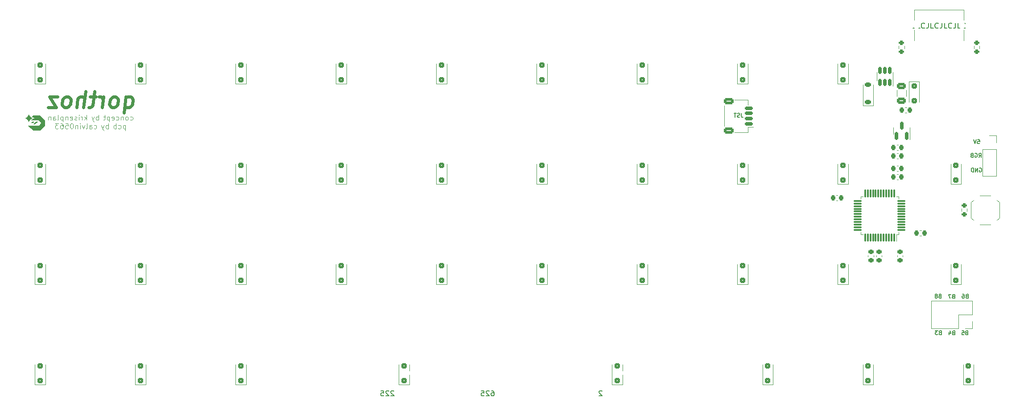
<source format=gbr>
%TF.GenerationSoftware,KiCad,Pcbnew,(7.0.0)*%
%TF.CreationDate,2023-10-03T20:21:47+02:00*%
%TF.ProjectId,qorthoz,716f7274-686f-47a2-9e6b-696361645f70,rev?*%
%TF.SameCoordinates,Original*%
%TF.FileFunction,Legend,Bot*%
%TF.FilePolarity,Positive*%
%FSLAX46Y46*%
G04 Gerber Fmt 4.6, Leading zero omitted, Abs format (unit mm)*
G04 Created by KiCad (PCBNEW (7.0.0)) date 2023-10-03 20:21:47*
%MOMM*%
%LPD*%
G01*
G04 APERTURE LIST*
G04 Aperture macros list*
%AMRoundRect*
0 Rectangle with rounded corners*
0 $1 Rounding radius*
0 $2 $3 $4 $5 $6 $7 $8 $9 X,Y pos of 4 corners*
0 Add a 4 corners polygon primitive as box body*
4,1,4,$2,$3,$4,$5,$6,$7,$8,$9,$2,$3,0*
0 Add four circle primitives for the rounded corners*
1,1,$1+$1,$2,$3*
1,1,$1+$1,$4,$5*
1,1,$1+$1,$6,$7*
1,1,$1+$1,$8,$9*
0 Add four rect primitives between the rounded corners*
20,1,$1+$1,$2,$3,$4,$5,0*
20,1,$1+$1,$4,$5,$6,$7,0*
20,1,$1+$1,$6,$7,$8,$9,0*
20,1,$1+$1,$8,$9,$2,$3,0*%
G04 Aperture macros list end*
%ADD10C,0.150000*%
%ADD11C,0.125000*%
%ADD12C,0.600000*%
%ADD13C,0.120000*%
%ADD14C,1.750000*%
%ADD15C,3.987800*%
%ADD16C,2.300000*%
%ADD17C,4.000000*%
%ADD18RoundRect,0.150000X0.150000X-0.512500X0.150000X0.512500X-0.150000X0.512500X-0.150000X-0.512500X0*%
%ADD19C,0.650000*%
%ADD20R,0.600000X1.450000*%
%ADD21R,0.300000X1.450000*%
%ADD22O,1.000000X1.600000*%
%ADD23O,1.000000X2.100000*%
%ADD24R,1.700000X1.700000*%
%ADD25O,1.700000X1.700000*%
%ADD26RoundRect,0.250000X0.300000X-0.300000X0.300000X0.300000X-0.300000X0.300000X-0.300000X-0.300000X0*%
%ADD27RoundRect,0.225000X0.225000X0.250000X-0.225000X0.250000X-0.225000X-0.250000X0.225000X-0.250000X0*%
%ADD28RoundRect,0.150000X0.150000X-0.587500X0.150000X0.587500X-0.150000X0.587500X-0.150000X-0.587500X0*%
%ADD29RoundRect,0.225000X-0.225000X-0.250000X0.225000X-0.250000X0.225000X0.250000X-0.225000X0.250000X0*%
%ADD30R,1.100000X1.800000*%
%ADD31RoundRect,0.225000X-0.250000X0.225000X-0.250000X-0.225000X0.250000X-0.225000X0.250000X0.225000X0*%
%ADD32RoundRect,0.225000X0.375000X-0.225000X0.375000X0.225000X-0.375000X0.225000X-0.375000X-0.225000X0*%
%ADD33RoundRect,0.200000X0.275000X-0.200000X0.275000X0.200000X-0.275000X0.200000X-0.275000X-0.200000X0*%
%ADD34RoundRect,0.200000X-0.275000X0.200000X-0.275000X-0.200000X0.275000X-0.200000X0.275000X0.200000X0*%
%ADD35RoundRect,0.150000X0.625000X-0.150000X0.625000X0.150000X-0.625000X0.150000X-0.625000X-0.150000X0*%
%ADD36RoundRect,0.250000X0.650000X-0.350000X0.650000X0.350000X-0.650000X0.350000X-0.650000X-0.350000X0*%
%ADD37RoundRect,0.075000X0.075000X-0.662500X0.075000X0.662500X-0.075000X0.662500X-0.075000X-0.662500X0*%
%ADD38RoundRect,0.075000X0.662500X-0.075000X0.662500X0.075000X-0.662500X0.075000X-0.662500X-0.075000X0*%
%ADD39RoundRect,0.250000X-0.300000X0.300000X-0.300000X-0.300000X0.300000X-0.300000X0.300000X0.300000X0*%
%ADD40RoundRect,0.250000X-0.625000X0.375000X-0.625000X-0.375000X0.625000X-0.375000X0.625000X0.375000X0*%
G04 APERTURE END LIST*
D10*
X219217856Y-42965832D02*
X219574999Y-42965832D01*
X219574999Y-42965832D02*
X219610713Y-43322975D01*
X219610713Y-43322975D02*
X219574999Y-43287261D01*
X219574999Y-43287261D02*
X219503571Y-43251547D01*
X219503571Y-43251547D02*
X219324999Y-43251547D01*
X219324999Y-43251547D02*
X219253571Y-43287261D01*
X219253571Y-43287261D02*
X219217856Y-43322975D01*
X219217856Y-43322975D02*
X219182142Y-43394404D01*
X219182142Y-43394404D02*
X219182142Y-43572975D01*
X219182142Y-43572975D02*
X219217856Y-43644404D01*
X219217856Y-43644404D02*
X219253571Y-43680118D01*
X219253571Y-43680118D02*
X219324999Y-43715832D01*
X219324999Y-43715832D02*
X219503571Y-43715832D01*
X219503571Y-43715832D02*
X219574999Y-43680118D01*
X219574999Y-43680118D02*
X219610713Y-43644404D01*
X218967856Y-42965832D02*
X218717856Y-43715832D01*
X218717856Y-43715832D02*
X218467856Y-42965832D01*
X174366964Y-37948100D02*
X174366964Y-38483815D01*
X174366964Y-38483815D02*
X174402679Y-38590957D01*
X174402679Y-38590957D02*
X174474107Y-38662386D01*
X174474107Y-38662386D02*
X174581250Y-38698100D01*
X174581250Y-38698100D02*
X174652679Y-38698100D01*
X174045535Y-38662386D02*
X173938393Y-38698100D01*
X173938393Y-38698100D02*
X173759821Y-38698100D01*
X173759821Y-38698100D02*
X173688393Y-38662386D01*
X173688393Y-38662386D02*
X173652678Y-38626672D01*
X173652678Y-38626672D02*
X173616964Y-38555243D01*
X173616964Y-38555243D02*
X173616964Y-38483815D01*
X173616964Y-38483815D02*
X173652678Y-38412386D01*
X173652678Y-38412386D02*
X173688393Y-38376672D01*
X173688393Y-38376672D02*
X173759821Y-38340957D01*
X173759821Y-38340957D02*
X173902678Y-38305243D01*
X173902678Y-38305243D02*
X173974107Y-38269529D01*
X173974107Y-38269529D02*
X174009821Y-38233815D01*
X174009821Y-38233815D02*
X174045535Y-38162386D01*
X174045535Y-38162386D02*
X174045535Y-38090957D01*
X174045535Y-38090957D02*
X174009821Y-38019529D01*
X174009821Y-38019529D02*
X173974107Y-37983815D01*
X173974107Y-37983815D02*
X173902678Y-37948100D01*
X173902678Y-37948100D02*
X173724107Y-37948100D01*
X173724107Y-37948100D02*
X173616964Y-37983815D01*
X173402678Y-37948100D02*
X172974107Y-37948100D01*
X173188392Y-38698100D02*
X173188392Y-37948100D01*
X217121285Y-79634554D02*
X217014142Y-79670268D01*
X217014142Y-79670268D02*
X216978428Y-79705983D01*
X216978428Y-79705983D02*
X216942714Y-79777411D01*
X216942714Y-79777411D02*
X216942714Y-79884554D01*
X216942714Y-79884554D02*
X216978428Y-79955983D01*
X216978428Y-79955983D02*
X217014142Y-79991697D01*
X217014142Y-79991697D02*
X217085571Y-80027411D01*
X217085571Y-80027411D02*
X217371285Y-80027411D01*
X217371285Y-80027411D02*
X217371285Y-79277411D01*
X217371285Y-79277411D02*
X217121285Y-79277411D01*
X217121285Y-79277411D02*
X217049857Y-79313126D01*
X217049857Y-79313126D02*
X217014142Y-79348840D01*
X217014142Y-79348840D02*
X216978428Y-79420268D01*
X216978428Y-79420268D02*
X216978428Y-79491697D01*
X216978428Y-79491697D02*
X217014142Y-79563126D01*
X217014142Y-79563126D02*
X217049857Y-79598840D01*
X217049857Y-79598840D02*
X217121285Y-79634554D01*
X217121285Y-79634554D02*
X217371285Y-79634554D01*
X216264142Y-79277411D02*
X216621285Y-79277411D01*
X216621285Y-79277411D02*
X216656999Y-79634554D01*
X216656999Y-79634554D02*
X216621285Y-79598840D01*
X216621285Y-79598840D02*
X216549857Y-79563126D01*
X216549857Y-79563126D02*
X216371285Y-79563126D01*
X216371285Y-79563126D02*
X216299857Y-79598840D01*
X216299857Y-79598840D02*
X216264142Y-79634554D01*
X216264142Y-79634554D02*
X216228428Y-79705983D01*
X216228428Y-79705983D02*
X216228428Y-79884554D01*
X216228428Y-79884554D02*
X216264142Y-79955983D01*
X216264142Y-79955983D02*
X216299857Y-79991697D01*
X216299857Y-79991697D02*
X216371285Y-80027411D01*
X216371285Y-80027411D02*
X216549857Y-80027411D01*
X216549857Y-80027411D02*
X216621285Y-79991697D01*
X216621285Y-79991697D02*
X216656999Y-79955983D01*
D11*
X58352382Y-39197261D02*
X58447620Y-39244880D01*
X58447620Y-39244880D02*
X58638096Y-39244880D01*
X58638096Y-39244880D02*
X58733334Y-39197261D01*
X58733334Y-39197261D02*
X58780953Y-39149642D01*
X58780953Y-39149642D02*
X58828572Y-39054404D01*
X58828572Y-39054404D02*
X58828572Y-38768690D01*
X58828572Y-38768690D02*
X58780953Y-38673452D01*
X58780953Y-38673452D02*
X58733334Y-38625833D01*
X58733334Y-38625833D02*
X58638096Y-38578214D01*
X58638096Y-38578214D02*
X58447620Y-38578214D01*
X58447620Y-38578214D02*
X58352382Y-38625833D01*
X57780953Y-39244880D02*
X57876191Y-39197261D01*
X57876191Y-39197261D02*
X57923810Y-39149642D01*
X57923810Y-39149642D02*
X57971429Y-39054404D01*
X57971429Y-39054404D02*
X57971429Y-38768690D01*
X57971429Y-38768690D02*
X57923810Y-38673452D01*
X57923810Y-38673452D02*
X57876191Y-38625833D01*
X57876191Y-38625833D02*
X57780953Y-38578214D01*
X57780953Y-38578214D02*
X57638096Y-38578214D01*
X57638096Y-38578214D02*
X57542858Y-38625833D01*
X57542858Y-38625833D02*
X57495239Y-38673452D01*
X57495239Y-38673452D02*
X57447620Y-38768690D01*
X57447620Y-38768690D02*
X57447620Y-39054404D01*
X57447620Y-39054404D02*
X57495239Y-39149642D01*
X57495239Y-39149642D02*
X57542858Y-39197261D01*
X57542858Y-39197261D02*
X57638096Y-39244880D01*
X57638096Y-39244880D02*
X57780953Y-39244880D01*
X57019048Y-38578214D02*
X57019048Y-39244880D01*
X57019048Y-38673452D02*
X56971429Y-38625833D01*
X56971429Y-38625833D02*
X56876191Y-38578214D01*
X56876191Y-38578214D02*
X56733334Y-38578214D01*
X56733334Y-38578214D02*
X56638096Y-38625833D01*
X56638096Y-38625833D02*
X56590477Y-38721071D01*
X56590477Y-38721071D02*
X56590477Y-39244880D01*
X55685715Y-39197261D02*
X55780953Y-39244880D01*
X55780953Y-39244880D02*
X55971429Y-39244880D01*
X55971429Y-39244880D02*
X56066667Y-39197261D01*
X56066667Y-39197261D02*
X56114286Y-39149642D01*
X56114286Y-39149642D02*
X56161905Y-39054404D01*
X56161905Y-39054404D02*
X56161905Y-38768690D01*
X56161905Y-38768690D02*
X56114286Y-38673452D01*
X56114286Y-38673452D02*
X56066667Y-38625833D01*
X56066667Y-38625833D02*
X55971429Y-38578214D01*
X55971429Y-38578214D02*
X55780953Y-38578214D01*
X55780953Y-38578214D02*
X55685715Y-38625833D01*
X54876191Y-39197261D02*
X54971429Y-39244880D01*
X54971429Y-39244880D02*
X55161905Y-39244880D01*
X55161905Y-39244880D02*
X55257143Y-39197261D01*
X55257143Y-39197261D02*
X55304762Y-39102023D01*
X55304762Y-39102023D02*
X55304762Y-38721071D01*
X55304762Y-38721071D02*
X55257143Y-38625833D01*
X55257143Y-38625833D02*
X55161905Y-38578214D01*
X55161905Y-38578214D02*
X54971429Y-38578214D01*
X54971429Y-38578214D02*
X54876191Y-38625833D01*
X54876191Y-38625833D02*
X54828572Y-38721071D01*
X54828572Y-38721071D02*
X54828572Y-38816309D01*
X54828572Y-38816309D02*
X55304762Y-38911547D01*
X54400000Y-38578214D02*
X54400000Y-39578214D01*
X54400000Y-38625833D02*
X54304762Y-38578214D01*
X54304762Y-38578214D02*
X54114286Y-38578214D01*
X54114286Y-38578214D02*
X54019048Y-38625833D01*
X54019048Y-38625833D02*
X53971429Y-38673452D01*
X53971429Y-38673452D02*
X53923810Y-38768690D01*
X53923810Y-38768690D02*
X53923810Y-39054404D01*
X53923810Y-39054404D02*
X53971429Y-39149642D01*
X53971429Y-39149642D02*
X54019048Y-39197261D01*
X54019048Y-39197261D02*
X54114286Y-39244880D01*
X54114286Y-39244880D02*
X54304762Y-39244880D01*
X54304762Y-39244880D02*
X54400000Y-39197261D01*
X53638095Y-38578214D02*
X53257143Y-38578214D01*
X53495238Y-38244880D02*
X53495238Y-39102023D01*
X53495238Y-39102023D02*
X53447619Y-39197261D01*
X53447619Y-39197261D02*
X53352381Y-39244880D01*
X53352381Y-39244880D02*
X53257143Y-39244880D01*
X52323809Y-39244880D02*
X52323809Y-38244880D01*
X52323809Y-38625833D02*
X52228571Y-38578214D01*
X52228571Y-38578214D02*
X52038095Y-38578214D01*
X52038095Y-38578214D02*
X51942857Y-38625833D01*
X51942857Y-38625833D02*
X51895238Y-38673452D01*
X51895238Y-38673452D02*
X51847619Y-38768690D01*
X51847619Y-38768690D02*
X51847619Y-39054404D01*
X51847619Y-39054404D02*
X51895238Y-39149642D01*
X51895238Y-39149642D02*
X51942857Y-39197261D01*
X51942857Y-39197261D02*
X52038095Y-39244880D01*
X52038095Y-39244880D02*
X52228571Y-39244880D01*
X52228571Y-39244880D02*
X52323809Y-39197261D01*
X51514285Y-38578214D02*
X51276190Y-39244880D01*
X51038095Y-38578214D02*
X51276190Y-39244880D01*
X51276190Y-39244880D02*
X51371428Y-39482976D01*
X51371428Y-39482976D02*
X51419047Y-39530595D01*
X51419047Y-39530595D02*
X51514285Y-39578214D01*
X50057142Y-39244880D02*
X50057142Y-38244880D01*
X49961904Y-38863928D02*
X49676190Y-39244880D01*
X49676190Y-38578214D02*
X50057142Y-38959166D01*
X49247618Y-39244880D02*
X49247618Y-38578214D01*
X49247618Y-38768690D02*
X49199999Y-38673452D01*
X49199999Y-38673452D02*
X49152380Y-38625833D01*
X49152380Y-38625833D02*
X49057142Y-38578214D01*
X49057142Y-38578214D02*
X48961904Y-38578214D01*
X48628570Y-39244880D02*
X48628570Y-38578214D01*
X48628570Y-38244880D02*
X48676189Y-38292500D01*
X48676189Y-38292500D02*
X48628570Y-38340119D01*
X48628570Y-38340119D02*
X48580951Y-38292500D01*
X48580951Y-38292500D02*
X48628570Y-38244880D01*
X48628570Y-38244880D02*
X48628570Y-38340119D01*
X48199999Y-39197261D02*
X48104761Y-39244880D01*
X48104761Y-39244880D02*
X47914285Y-39244880D01*
X47914285Y-39244880D02*
X47819047Y-39197261D01*
X47819047Y-39197261D02*
X47771428Y-39102023D01*
X47771428Y-39102023D02*
X47771428Y-39054404D01*
X47771428Y-39054404D02*
X47819047Y-38959166D01*
X47819047Y-38959166D02*
X47914285Y-38911547D01*
X47914285Y-38911547D02*
X48057142Y-38911547D01*
X48057142Y-38911547D02*
X48152380Y-38863928D01*
X48152380Y-38863928D02*
X48199999Y-38768690D01*
X48199999Y-38768690D02*
X48199999Y-38721071D01*
X48199999Y-38721071D02*
X48152380Y-38625833D01*
X48152380Y-38625833D02*
X48057142Y-38578214D01*
X48057142Y-38578214D02*
X47914285Y-38578214D01*
X47914285Y-38578214D02*
X47819047Y-38625833D01*
X46961904Y-39197261D02*
X47057142Y-39244880D01*
X47057142Y-39244880D02*
X47247618Y-39244880D01*
X47247618Y-39244880D02*
X47342856Y-39197261D01*
X47342856Y-39197261D02*
X47390475Y-39102023D01*
X47390475Y-39102023D02*
X47390475Y-38721071D01*
X47390475Y-38721071D02*
X47342856Y-38625833D01*
X47342856Y-38625833D02*
X47247618Y-38578214D01*
X47247618Y-38578214D02*
X47057142Y-38578214D01*
X47057142Y-38578214D02*
X46961904Y-38625833D01*
X46961904Y-38625833D02*
X46914285Y-38721071D01*
X46914285Y-38721071D02*
X46914285Y-38816309D01*
X46914285Y-38816309D02*
X47390475Y-38911547D01*
X46485713Y-38578214D02*
X46485713Y-39244880D01*
X46485713Y-38673452D02*
X46438094Y-38625833D01*
X46438094Y-38625833D02*
X46342856Y-38578214D01*
X46342856Y-38578214D02*
X46199999Y-38578214D01*
X46199999Y-38578214D02*
X46104761Y-38625833D01*
X46104761Y-38625833D02*
X46057142Y-38721071D01*
X46057142Y-38721071D02*
X46057142Y-39244880D01*
X45580951Y-38578214D02*
X45580951Y-39578214D01*
X45580951Y-38625833D02*
X45485713Y-38578214D01*
X45485713Y-38578214D02*
X45295237Y-38578214D01*
X45295237Y-38578214D02*
X45199999Y-38625833D01*
X45199999Y-38625833D02*
X45152380Y-38673452D01*
X45152380Y-38673452D02*
X45104761Y-38768690D01*
X45104761Y-38768690D02*
X45104761Y-39054404D01*
X45104761Y-39054404D02*
X45152380Y-39149642D01*
X45152380Y-39149642D02*
X45199999Y-39197261D01*
X45199999Y-39197261D02*
X45295237Y-39244880D01*
X45295237Y-39244880D02*
X45485713Y-39244880D01*
X45485713Y-39244880D02*
X45580951Y-39197261D01*
X44533332Y-39244880D02*
X44628570Y-39197261D01*
X44628570Y-39197261D02*
X44676189Y-39102023D01*
X44676189Y-39102023D02*
X44676189Y-38244880D01*
X43723808Y-39244880D02*
X43723808Y-38721071D01*
X43723808Y-38721071D02*
X43771427Y-38625833D01*
X43771427Y-38625833D02*
X43866665Y-38578214D01*
X43866665Y-38578214D02*
X44057141Y-38578214D01*
X44057141Y-38578214D02*
X44152379Y-38625833D01*
X43723808Y-39197261D02*
X43819046Y-39244880D01*
X43819046Y-39244880D02*
X44057141Y-39244880D01*
X44057141Y-39244880D02*
X44152379Y-39197261D01*
X44152379Y-39197261D02*
X44199998Y-39102023D01*
X44199998Y-39102023D02*
X44199998Y-39006785D01*
X44199998Y-39006785D02*
X44152379Y-38911547D01*
X44152379Y-38911547D02*
X44057141Y-38863928D01*
X44057141Y-38863928D02*
X43819046Y-38863928D01*
X43819046Y-38863928D02*
X43723808Y-38816309D01*
X43247617Y-38578214D02*
X43247617Y-39244880D01*
X43247617Y-38673452D02*
X43199998Y-38625833D01*
X43199998Y-38625833D02*
X43104760Y-38578214D01*
X43104760Y-38578214D02*
X42961903Y-38578214D01*
X42961903Y-38578214D02*
X42866665Y-38625833D01*
X42866665Y-38625833D02*
X42819046Y-38721071D01*
X42819046Y-38721071D02*
X42819046Y-39244880D01*
X57447619Y-40198214D02*
X57447619Y-41198214D01*
X57447619Y-40245833D02*
X57352381Y-40198214D01*
X57352381Y-40198214D02*
X57161905Y-40198214D01*
X57161905Y-40198214D02*
X57066667Y-40245833D01*
X57066667Y-40245833D02*
X57019048Y-40293452D01*
X57019048Y-40293452D02*
X56971429Y-40388690D01*
X56971429Y-40388690D02*
X56971429Y-40674404D01*
X56971429Y-40674404D02*
X57019048Y-40769642D01*
X57019048Y-40769642D02*
X57066667Y-40817261D01*
X57066667Y-40817261D02*
X57161905Y-40864880D01*
X57161905Y-40864880D02*
X57352381Y-40864880D01*
X57352381Y-40864880D02*
X57447619Y-40817261D01*
X56114286Y-40817261D02*
X56209524Y-40864880D01*
X56209524Y-40864880D02*
X56400000Y-40864880D01*
X56400000Y-40864880D02*
X56495238Y-40817261D01*
X56495238Y-40817261D02*
X56542857Y-40769642D01*
X56542857Y-40769642D02*
X56590476Y-40674404D01*
X56590476Y-40674404D02*
X56590476Y-40388690D01*
X56590476Y-40388690D02*
X56542857Y-40293452D01*
X56542857Y-40293452D02*
X56495238Y-40245833D01*
X56495238Y-40245833D02*
X56400000Y-40198214D01*
X56400000Y-40198214D02*
X56209524Y-40198214D01*
X56209524Y-40198214D02*
X56114286Y-40245833D01*
X55685714Y-40864880D02*
X55685714Y-39864880D01*
X55685714Y-40245833D02*
X55590476Y-40198214D01*
X55590476Y-40198214D02*
X55400000Y-40198214D01*
X55400000Y-40198214D02*
X55304762Y-40245833D01*
X55304762Y-40245833D02*
X55257143Y-40293452D01*
X55257143Y-40293452D02*
X55209524Y-40388690D01*
X55209524Y-40388690D02*
X55209524Y-40674404D01*
X55209524Y-40674404D02*
X55257143Y-40769642D01*
X55257143Y-40769642D02*
X55304762Y-40817261D01*
X55304762Y-40817261D02*
X55400000Y-40864880D01*
X55400000Y-40864880D02*
X55590476Y-40864880D01*
X55590476Y-40864880D02*
X55685714Y-40817261D01*
X54180952Y-40864880D02*
X54180952Y-39864880D01*
X54180952Y-40245833D02*
X54085714Y-40198214D01*
X54085714Y-40198214D02*
X53895238Y-40198214D01*
X53895238Y-40198214D02*
X53800000Y-40245833D01*
X53800000Y-40245833D02*
X53752381Y-40293452D01*
X53752381Y-40293452D02*
X53704762Y-40388690D01*
X53704762Y-40388690D02*
X53704762Y-40674404D01*
X53704762Y-40674404D02*
X53752381Y-40769642D01*
X53752381Y-40769642D02*
X53800000Y-40817261D01*
X53800000Y-40817261D02*
X53895238Y-40864880D01*
X53895238Y-40864880D02*
X54085714Y-40864880D01*
X54085714Y-40864880D02*
X54180952Y-40817261D01*
X53371428Y-40198214D02*
X53133333Y-40864880D01*
X52895238Y-40198214D02*
X53133333Y-40864880D01*
X53133333Y-40864880D02*
X53228571Y-41102976D01*
X53228571Y-41102976D02*
X53276190Y-41150595D01*
X53276190Y-41150595D02*
X53371428Y-41198214D01*
X51485714Y-40817261D02*
X51580952Y-40864880D01*
X51580952Y-40864880D02*
X51771428Y-40864880D01*
X51771428Y-40864880D02*
X51866666Y-40817261D01*
X51866666Y-40817261D02*
X51914285Y-40769642D01*
X51914285Y-40769642D02*
X51961904Y-40674404D01*
X51961904Y-40674404D02*
X51961904Y-40388690D01*
X51961904Y-40388690D02*
X51914285Y-40293452D01*
X51914285Y-40293452D02*
X51866666Y-40245833D01*
X51866666Y-40245833D02*
X51771428Y-40198214D01*
X51771428Y-40198214D02*
X51580952Y-40198214D01*
X51580952Y-40198214D02*
X51485714Y-40245833D01*
X50628571Y-40864880D02*
X50628571Y-40341071D01*
X50628571Y-40341071D02*
X50676190Y-40245833D01*
X50676190Y-40245833D02*
X50771428Y-40198214D01*
X50771428Y-40198214D02*
X50961904Y-40198214D01*
X50961904Y-40198214D02*
X51057142Y-40245833D01*
X50628571Y-40817261D02*
X50723809Y-40864880D01*
X50723809Y-40864880D02*
X50961904Y-40864880D01*
X50961904Y-40864880D02*
X51057142Y-40817261D01*
X51057142Y-40817261D02*
X51104761Y-40722023D01*
X51104761Y-40722023D02*
X51104761Y-40626785D01*
X51104761Y-40626785D02*
X51057142Y-40531547D01*
X51057142Y-40531547D02*
X50961904Y-40483928D01*
X50961904Y-40483928D02*
X50723809Y-40483928D01*
X50723809Y-40483928D02*
X50628571Y-40436309D01*
X50009523Y-40864880D02*
X50104761Y-40817261D01*
X50104761Y-40817261D02*
X50152380Y-40722023D01*
X50152380Y-40722023D02*
X50152380Y-39864880D01*
X49723808Y-40198214D02*
X49485713Y-40864880D01*
X49485713Y-40864880D02*
X49247618Y-40198214D01*
X48866665Y-40864880D02*
X48866665Y-40198214D01*
X48866665Y-39864880D02*
X48914284Y-39912500D01*
X48914284Y-39912500D02*
X48866665Y-39960119D01*
X48866665Y-39960119D02*
X48819046Y-39912500D01*
X48819046Y-39912500D02*
X48866665Y-39864880D01*
X48866665Y-39864880D02*
X48866665Y-39960119D01*
X48390475Y-40198214D02*
X48390475Y-40864880D01*
X48390475Y-40293452D02*
X48342856Y-40245833D01*
X48342856Y-40245833D02*
X48247618Y-40198214D01*
X48247618Y-40198214D02*
X48104761Y-40198214D01*
X48104761Y-40198214D02*
X48009523Y-40245833D01*
X48009523Y-40245833D02*
X47961904Y-40341071D01*
X47961904Y-40341071D02*
X47961904Y-40864880D01*
X47295237Y-39864880D02*
X47199999Y-39864880D01*
X47199999Y-39864880D02*
X47104761Y-39912500D01*
X47104761Y-39912500D02*
X47057142Y-39960119D01*
X47057142Y-39960119D02*
X47009523Y-40055357D01*
X47009523Y-40055357D02*
X46961904Y-40245833D01*
X46961904Y-40245833D02*
X46961904Y-40483928D01*
X46961904Y-40483928D02*
X47009523Y-40674404D01*
X47009523Y-40674404D02*
X47057142Y-40769642D01*
X47057142Y-40769642D02*
X47104761Y-40817261D01*
X47104761Y-40817261D02*
X47199999Y-40864880D01*
X47199999Y-40864880D02*
X47295237Y-40864880D01*
X47295237Y-40864880D02*
X47390475Y-40817261D01*
X47390475Y-40817261D02*
X47438094Y-40769642D01*
X47438094Y-40769642D02*
X47485713Y-40674404D01*
X47485713Y-40674404D02*
X47533332Y-40483928D01*
X47533332Y-40483928D02*
X47533332Y-40245833D01*
X47533332Y-40245833D02*
X47485713Y-40055357D01*
X47485713Y-40055357D02*
X47438094Y-39960119D01*
X47438094Y-39960119D02*
X47390475Y-39912500D01*
X47390475Y-39912500D02*
X47295237Y-39864880D01*
X46057142Y-39864880D02*
X46533332Y-39864880D01*
X46533332Y-39864880D02*
X46580951Y-40341071D01*
X46580951Y-40341071D02*
X46533332Y-40293452D01*
X46533332Y-40293452D02*
X46438094Y-40245833D01*
X46438094Y-40245833D02*
X46199999Y-40245833D01*
X46199999Y-40245833D02*
X46104761Y-40293452D01*
X46104761Y-40293452D02*
X46057142Y-40341071D01*
X46057142Y-40341071D02*
X46009523Y-40436309D01*
X46009523Y-40436309D02*
X46009523Y-40674404D01*
X46009523Y-40674404D02*
X46057142Y-40769642D01*
X46057142Y-40769642D02*
X46104761Y-40817261D01*
X46104761Y-40817261D02*
X46199999Y-40864880D01*
X46199999Y-40864880D02*
X46438094Y-40864880D01*
X46438094Y-40864880D02*
X46533332Y-40817261D01*
X46533332Y-40817261D02*
X46580951Y-40769642D01*
X45152380Y-39864880D02*
X45342856Y-39864880D01*
X45342856Y-39864880D02*
X45438094Y-39912500D01*
X45438094Y-39912500D02*
X45485713Y-39960119D01*
X45485713Y-39960119D02*
X45580951Y-40102976D01*
X45580951Y-40102976D02*
X45628570Y-40293452D01*
X45628570Y-40293452D02*
X45628570Y-40674404D01*
X45628570Y-40674404D02*
X45580951Y-40769642D01*
X45580951Y-40769642D02*
X45533332Y-40817261D01*
X45533332Y-40817261D02*
X45438094Y-40864880D01*
X45438094Y-40864880D02*
X45247618Y-40864880D01*
X45247618Y-40864880D02*
X45152380Y-40817261D01*
X45152380Y-40817261D02*
X45104761Y-40769642D01*
X45104761Y-40769642D02*
X45057142Y-40674404D01*
X45057142Y-40674404D02*
X45057142Y-40436309D01*
X45057142Y-40436309D02*
X45104761Y-40341071D01*
X45104761Y-40341071D02*
X45152380Y-40293452D01*
X45152380Y-40293452D02*
X45247618Y-40245833D01*
X45247618Y-40245833D02*
X45438094Y-40245833D01*
X45438094Y-40245833D02*
X45533332Y-40293452D01*
X45533332Y-40293452D02*
X45580951Y-40341071D01*
X45580951Y-40341071D02*
X45628570Y-40436309D01*
X44723808Y-39864880D02*
X44104761Y-39864880D01*
X44104761Y-39864880D02*
X44438094Y-40245833D01*
X44438094Y-40245833D02*
X44295237Y-40245833D01*
X44295237Y-40245833D02*
X44199999Y-40293452D01*
X44199999Y-40293452D02*
X44152380Y-40341071D01*
X44152380Y-40341071D02*
X44104761Y-40436309D01*
X44104761Y-40436309D02*
X44104761Y-40674404D01*
X44104761Y-40674404D02*
X44152380Y-40769642D01*
X44152380Y-40769642D02*
X44199999Y-40817261D01*
X44199999Y-40817261D02*
X44295237Y-40864880D01*
X44295237Y-40864880D02*
X44580951Y-40864880D01*
X44580951Y-40864880D02*
X44676189Y-40817261D01*
X44676189Y-40817261D02*
X44723808Y-40769642D01*
D10*
X212087157Y-79602021D02*
X211980014Y-79637735D01*
X211980014Y-79637735D02*
X211944300Y-79673450D01*
X211944300Y-79673450D02*
X211908586Y-79744878D01*
X211908586Y-79744878D02*
X211908586Y-79852021D01*
X211908586Y-79852021D02*
X211944300Y-79923450D01*
X211944300Y-79923450D02*
X211980014Y-79959164D01*
X211980014Y-79959164D02*
X212051443Y-79994878D01*
X212051443Y-79994878D02*
X212337157Y-79994878D01*
X212337157Y-79994878D02*
X212337157Y-79244878D01*
X212337157Y-79244878D02*
X212087157Y-79244878D01*
X212087157Y-79244878D02*
X212015729Y-79280593D01*
X212015729Y-79280593D02*
X211980014Y-79316307D01*
X211980014Y-79316307D02*
X211944300Y-79387735D01*
X211944300Y-79387735D02*
X211944300Y-79459164D01*
X211944300Y-79459164D02*
X211980014Y-79530593D01*
X211980014Y-79530593D02*
X212015729Y-79566307D01*
X212015729Y-79566307D02*
X212087157Y-79602021D01*
X212087157Y-79602021D02*
X212337157Y-79602021D01*
X211658586Y-79244878D02*
X211194300Y-79244878D01*
X211194300Y-79244878D02*
X211444300Y-79530593D01*
X211444300Y-79530593D02*
X211337157Y-79530593D01*
X211337157Y-79530593D02*
X211265729Y-79566307D01*
X211265729Y-79566307D02*
X211230014Y-79602021D01*
X211230014Y-79602021D02*
X211194300Y-79673450D01*
X211194300Y-79673450D02*
X211194300Y-79852021D01*
X211194300Y-79852021D02*
X211230014Y-79923450D01*
X211230014Y-79923450D02*
X211265729Y-79959164D01*
X211265729Y-79959164D02*
X211337157Y-79994878D01*
X211337157Y-79994878D02*
X211551443Y-79994878D01*
X211551443Y-79994878D02*
X211622871Y-79959164D01*
X211622871Y-79959164D02*
X211658586Y-79923450D01*
X108394344Y-90743869D02*
X108346725Y-90696250D01*
X108346725Y-90696250D02*
X108251487Y-90648630D01*
X108251487Y-90648630D02*
X108013392Y-90648630D01*
X108013392Y-90648630D02*
X107918154Y-90696250D01*
X107918154Y-90696250D02*
X107870535Y-90743869D01*
X107870535Y-90743869D02*
X107822916Y-90839107D01*
X107822916Y-90839107D02*
X107822916Y-90934345D01*
X107822916Y-90934345D02*
X107870535Y-91077202D01*
X107870535Y-91077202D02*
X108441963Y-91648630D01*
X108441963Y-91648630D02*
X107822916Y-91648630D01*
X107441963Y-90743869D02*
X107394344Y-90696250D01*
X107394344Y-90696250D02*
X107299106Y-90648630D01*
X107299106Y-90648630D02*
X107061011Y-90648630D01*
X107061011Y-90648630D02*
X106965773Y-90696250D01*
X106965773Y-90696250D02*
X106918154Y-90743869D01*
X106918154Y-90743869D02*
X106870535Y-90839107D01*
X106870535Y-90839107D02*
X106870535Y-90934345D01*
X106870535Y-90934345D02*
X106918154Y-91077202D01*
X106918154Y-91077202D02*
X107489582Y-91648630D01*
X107489582Y-91648630D02*
X106870535Y-91648630D01*
X105965773Y-90648630D02*
X106441963Y-90648630D01*
X106441963Y-90648630D02*
X106489582Y-91124821D01*
X106489582Y-91124821D02*
X106441963Y-91077202D01*
X106441963Y-91077202D02*
X106346725Y-91029583D01*
X106346725Y-91029583D02*
X106108630Y-91029583D01*
X106108630Y-91029583D02*
X106013392Y-91077202D01*
X106013392Y-91077202D02*
X105965773Y-91124821D01*
X105965773Y-91124821D02*
X105918154Y-91220059D01*
X105918154Y-91220059D02*
X105918154Y-91458154D01*
X105918154Y-91458154D02*
X105965773Y-91553392D01*
X105965773Y-91553392D02*
X106013392Y-91601011D01*
X106013392Y-91601011D02*
X106108630Y-91648630D01*
X106108630Y-91648630D02*
X106346725Y-91648630D01*
X106346725Y-91648630D02*
X106441963Y-91601011D01*
X106441963Y-91601011D02*
X106489582Y-91553392D01*
X207312201Y-20798630D02*
X207312201Y-21512916D01*
X207312201Y-21512916D02*
X207264582Y-21655773D01*
X207264582Y-21655773D02*
X207169344Y-21751011D01*
X207169344Y-21751011D02*
X207026487Y-21798630D01*
X207026487Y-21798630D02*
X206931249Y-21798630D01*
X208264582Y-21798630D02*
X207788392Y-21798630D01*
X207788392Y-21798630D02*
X207788392Y-20798630D01*
X209169344Y-21703392D02*
X209121725Y-21751011D01*
X209121725Y-21751011D02*
X208978868Y-21798630D01*
X208978868Y-21798630D02*
X208883630Y-21798630D01*
X208883630Y-21798630D02*
X208740773Y-21751011D01*
X208740773Y-21751011D02*
X208645535Y-21655773D01*
X208645535Y-21655773D02*
X208597916Y-21560535D01*
X208597916Y-21560535D02*
X208550297Y-21370059D01*
X208550297Y-21370059D02*
X208550297Y-21227202D01*
X208550297Y-21227202D02*
X208597916Y-21036726D01*
X208597916Y-21036726D02*
X208645535Y-20941488D01*
X208645535Y-20941488D02*
X208740773Y-20846250D01*
X208740773Y-20846250D02*
X208883630Y-20798630D01*
X208883630Y-20798630D02*
X208978868Y-20798630D01*
X208978868Y-20798630D02*
X209121725Y-20846250D01*
X209121725Y-20846250D02*
X209169344Y-20893869D01*
X209883630Y-20798630D02*
X209883630Y-21512916D01*
X209883630Y-21512916D02*
X209836011Y-21655773D01*
X209836011Y-21655773D02*
X209740773Y-21751011D01*
X209740773Y-21751011D02*
X209597916Y-21798630D01*
X209597916Y-21798630D02*
X209502678Y-21798630D01*
X210836011Y-21798630D02*
X210359821Y-21798630D01*
X210359821Y-21798630D02*
X210359821Y-20798630D01*
X211740773Y-21703392D02*
X211693154Y-21751011D01*
X211693154Y-21751011D02*
X211550297Y-21798630D01*
X211550297Y-21798630D02*
X211455059Y-21798630D01*
X211455059Y-21798630D02*
X211312202Y-21751011D01*
X211312202Y-21751011D02*
X211216964Y-21655773D01*
X211216964Y-21655773D02*
X211169345Y-21560535D01*
X211169345Y-21560535D02*
X211121726Y-21370059D01*
X211121726Y-21370059D02*
X211121726Y-21227202D01*
X211121726Y-21227202D02*
X211169345Y-21036726D01*
X211169345Y-21036726D02*
X211216964Y-20941488D01*
X211216964Y-20941488D02*
X211312202Y-20846250D01*
X211312202Y-20846250D02*
X211455059Y-20798630D01*
X211455059Y-20798630D02*
X211550297Y-20798630D01*
X211550297Y-20798630D02*
X211693154Y-20846250D01*
X211693154Y-20846250D02*
X211740773Y-20893869D01*
X212455059Y-20798630D02*
X212455059Y-21512916D01*
X212455059Y-21512916D02*
X212407440Y-21655773D01*
X212407440Y-21655773D02*
X212312202Y-21751011D01*
X212312202Y-21751011D02*
X212169345Y-21798630D01*
X212169345Y-21798630D02*
X212074107Y-21798630D01*
X213407440Y-21798630D02*
X212931250Y-21798630D01*
X212931250Y-21798630D02*
X212931250Y-20798630D01*
X214312202Y-21703392D02*
X214264583Y-21751011D01*
X214264583Y-21751011D02*
X214121726Y-21798630D01*
X214121726Y-21798630D02*
X214026488Y-21798630D01*
X214026488Y-21798630D02*
X213883631Y-21751011D01*
X213883631Y-21751011D02*
X213788393Y-21655773D01*
X213788393Y-21655773D02*
X213740774Y-21560535D01*
X213740774Y-21560535D02*
X213693155Y-21370059D01*
X213693155Y-21370059D02*
X213693155Y-21227202D01*
X213693155Y-21227202D02*
X213740774Y-21036726D01*
X213740774Y-21036726D02*
X213788393Y-20941488D01*
X213788393Y-20941488D02*
X213883631Y-20846250D01*
X213883631Y-20846250D02*
X214026488Y-20798630D01*
X214026488Y-20798630D02*
X214121726Y-20798630D01*
X214121726Y-20798630D02*
X214264583Y-20846250D01*
X214264583Y-20846250D02*
X214312202Y-20893869D01*
X215026488Y-20798630D02*
X215026488Y-21512916D01*
X215026488Y-21512916D02*
X214978869Y-21655773D01*
X214978869Y-21655773D02*
X214883631Y-21751011D01*
X214883631Y-21751011D02*
X214740774Y-21798630D01*
X214740774Y-21798630D02*
X214645536Y-21798630D01*
X215978869Y-21798630D02*
X215502679Y-21798630D01*
X215502679Y-21798630D02*
X215502679Y-20798630D01*
X216883631Y-21703392D02*
X216836012Y-21751011D01*
X216836012Y-21751011D02*
X216693155Y-21798630D01*
X216693155Y-21798630D02*
X216597917Y-21798630D01*
X216597917Y-21798630D02*
X216455060Y-21751011D01*
X216455060Y-21751011D02*
X216359822Y-21655773D01*
X216359822Y-21655773D02*
X216312203Y-21560535D01*
X216312203Y-21560535D02*
X216264584Y-21370059D01*
X216264584Y-21370059D02*
X216264584Y-21227202D01*
X216264584Y-21227202D02*
X216312203Y-21036726D01*
X216312203Y-21036726D02*
X216359822Y-20941488D01*
X216359822Y-20941488D02*
X216455060Y-20846250D01*
X216455060Y-20846250D02*
X216597917Y-20798630D01*
X216597917Y-20798630D02*
X216693155Y-20798630D01*
X216693155Y-20798630D02*
X216836012Y-20846250D01*
X216836012Y-20846250D02*
X216883631Y-20893869D01*
X214616071Y-72711047D02*
X214508928Y-72746761D01*
X214508928Y-72746761D02*
X214473214Y-72782476D01*
X214473214Y-72782476D02*
X214437500Y-72853904D01*
X214437500Y-72853904D02*
X214437500Y-72961047D01*
X214437500Y-72961047D02*
X214473214Y-73032476D01*
X214473214Y-73032476D02*
X214508928Y-73068190D01*
X214508928Y-73068190D02*
X214580357Y-73103904D01*
X214580357Y-73103904D02*
X214866071Y-73103904D01*
X214866071Y-73103904D02*
X214866071Y-72353904D01*
X214866071Y-72353904D02*
X214616071Y-72353904D01*
X214616071Y-72353904D02*
X214544643Y-72389619D01*
X214544643Y-72389619D02*
X214508928Y-72425333D01*
X214508928Y-72425333D02*
X214473214Y-72496761D01*
X214473214Y-72496761D02*
X214473214Y-72568190D01*
X214473214Y-72568190D02*
X214508928Y-72639619D01*
X214508928Y-72639619D02*
X214544643Y-72675333D01*
X214544643Y-72675333D02*
X214616071Y-72711047D01*
X214616071Y-72711047D02*
X214866071Y-72711047D01*
X214187500Y-72353904D02*
X213687500Y-72353904D01*
X213687500Y-72353904D02*
X214008928Y-73103904D01*
X126968154Y-90648630D02*
X127158630Y-90648630D01*
X127158630Y-90648630D02*
X127253868Y-90696250D01*
X127253868Y-90696250D02*
X127301487Y-90743869D01*
X127301487Y-90743869D02*
X127396725Y-90886726D01*
X127396725Y-90886726D02*
X127444344Y-91077202D01*
X127444344Y-91077202D02*
X127444344Y-91458154D01*
X127444344Y-91458154D02*
X127396725Y-91553392D01*
X127396725Y-91553392D02*
X127349106Y-91601011D01*
X127349106Y-91601011D02*
X127253868Y-91648630D01*
X127253868Y-91648630D02*
X127063392Y-91648630D01*
X127063392Y-91648630D02*
X126968154Y-91601011D01*
X126968154Y-91601011D02*
X126920535Y-91553392D01*
X126920535Y-91553392D02*
X126872916Y-91458154D01*
X126872916Y-91458154D02*
X126872916Y-91220059D01*
X126872916Y-91220059D02*
X126920535Y-91124821D01*
X126920535Y-91124821D02*
X126968154Y-91077202D01*
X126968154Y-91077202D02*
X127063392Y-91029583D01*
X127063392Y-91029583D02*
X127253868Y-91029583D01*
X127253868Y-91029583D02*
X127349106Y-91077202D01*
X127349106Y-91077202D02*
X127396725Y-91124821D01*
X127396725Y-91124821D02*
X127444344Y-91220059D01*
X126491963Y-90743869D02*
X126444344Y-90696250D01*
X126444344Y-90696250D02*
X126349106Y-90648630D01*
X126349106Y-90648630D02*
X126111011Y-90648630D01*
X126111011Y-90648630D02*
X126015773Y-90696250D01*
X126015773Y-90696250D02*
X125968154Y-90743869D01*
X125968154Y-90743869D02*
X125920535Y-90839107D01*
X125920535Y-90839107D02*
X125920535Y-90934345D01*
X125920535Y-90934345D02*
X125968154Y-91077202D01*
X125968154Y-91077202D02*
X126539582Y-91648630D01*
X126539582Y-91648630D02*
X125920535Y-91648630D01*
X125015773Y-90648630D02*
X125491963Y-90648630D01*
X125491963Y-90648630D02*
X125539582Y-91124821D01*
X125539582Y-91124821D02*
X125491963Y-91077202D01*
X125491963Y-91077202D02*
X125396725Y-91029583D01*
X125396725Y-91029583D02*
X125158630Y-91029583D01*
X125158630Y-91029583D02*
X125063392Y-91077202D01*
X125063392Y-91077202D02*
X125015773Y-91124821D01*
X125015773Y-91124821D02*
X124968154Y-91220059D01*
X124968154Y-91220059D02*
X124968154Y-91458154D01*
X124968154Y-91458154D02*
X125015773Y-91553392D01*
X125015773Y-91553392D02*
X125063392Y-91601011D01*
X125063392Y-91601011D02*
X125158630Y-91648630D01*
X125158630Y-91648630D02*
X125396725Y-91648630D01*
X125396725Y-91648630D02*
X125491963Y-91601011D01*
X125491963Y-91601011D02*
X125539582Y-91553392D01*
X212045627Y-72665812D02*
X211938484Y-72701526D01*
X211938484Y-72701526D02*
X211902770Y-72737241D01*
X211902770Y-72737241D02*
X211867056Y-72808669D01*
X211867056Y-72808669D02*
X211867056Y-72915812D01*
X211867056Y-72915812D02*
X211902770Y-72987241D01*
X211902770Y-72987241D02*
X211938484Y-73022955D01*
X211938484Y-73022955D02*
X212009913Y-73058669D01*
X212009913Y-73058669D02*
X212295627Y-73058669D01*
X212295627Y-73058669D02*
X212295627Y-72308669D01*
X212295627Y-72308669D02*
X212045627Y-72308669D01*
X212045627Y-72308669D02*
X211974199Y-72344384D01*
X211974199Y-72344384D02*
X211938484Y-72380098D01*
X211938484Y-72380098D02*
X211902770Y-72451526D01*
X211902770Y-72451526D02*
X211902770Y-72522955D01*
X211902770Y-72522955D02*
X211938484Y-72594384D01*
X211938484Y-72594384D02*
X211974199Y-72630098D01*
X211974199Y-72630098D02*
X212045627Y-72665812D01*
X212045627Y-72665812D02*
X212295627Y-72665812D01*
X211438484Y-72630098D02*
X211509913Y-72594384D01*
X211509913Y-72594384D02*
X211545627Y-72558669D01*
X211545627Y-72558669D02*
X211581341Y-72487241D01*
X211581341Y-72487241D02*
X211581341Y-72451526D01*
X211581341Y-72451526D02*
X211545627Y-72380098D01*
X211545627Y-72380098D02*
X211509913Y-72344384D01*
X211509913Y-72344384D02*
X211438484Y-72308669D01*
X211438484Y-72308669D02*
X211295627Y-72308669D01*
X211295627Y-72308669D02*
X211224199Y-72344384D01*
X211224199Y-72344384D02*
X211188484Y-72380098D01*
X211188484Y-72380098D02*
X211152770Y-72451526D01*
X211152770Y-72451526D02*
X211152770Y-72487241D01*
X211152770Y-72487241D02*
X211188484Y-72558669D01*
X211188484Y-72558669D02*
X211224199Y-72594384D01*
X211224199Y-72594384D02*
X211295627Y-72630098D01*
X211295627Y-72630098D02*
X211438484Y-72630098D01*
X211438484Y-72630098D02*
X211509913Y-72665812D01*
X211509913Y-72665812D02*
X211545627Y-72701526D01*
X211545627Y-72701526D02*
X211581341Y-72772955D01*
X211581341Y-72772955D02*
X211581341Y-72915812D01*
X211581341Y-72915812D02*
X211545627Y-72987241D01*
X211545627Y-72987241D02*
X211509913Y-73022955D01*
X211509913Y-73022955D02*
X211438484Y-73058669D01*
X211438484Y-73058669D02*
X211295627Y-73058669D01*
X211295627Y-73058669D02*
X211224199Y-73022955D01*
X211224199Y-73022955D02*
X211188484Y-72987241D01*
X211188484Y-72987241D02*
X211152770Y-72915812D01*
X211152770Y-72915812D02*
X211152770Y-72772955D01*
X211152770Y-72772955D02*
X211188484Y-72701526D01*
X211188484Y-72701526D02*
X211224199Y-72665812D01*
X211224199Y-72665812D02*
X211295627Y-72630098D01*
X219580799Y-48369042D02*
X219652228Y-48333327D01*
X219652228Y-48333327D02*
X219759370Y-48333327D01*
X219759370Y-48333327D02*
X219866513Y-48369042D01*
X219866513Y-48369042D02*
X219937942Y-48440470D01*
X219937942Y-48440470D02*
X219973656Y-48511899D01*
X219973656Y-48511899D02*
X220009370Y-48654756D01*
X220009370Y-48654756D02*
X220009370Y-48761899D01*
X220009370Y-48761899D02*
X219973656Y-48904756D01*
X219973656Y-48904756D02*
X219937942Y-48976184D01*
X219937942Y-48976184D02*
X219866513Y-49047613D01*
X219866513Y-49047613D02*
X219759370Y-49083327D01*
X219759370Y-49083327D02*
X219687942Y-49083327D01*
X219687942Y-49083327D02*
X219580799Y-49047613D01*
X219580799Y-49047613D02*
X219545085Y-49011899D01*
X219545085Y-49011899D02*
X219545085Y-48761899D01*
X219545085Y-48761899D02*
X219687942Y-48761899D01*
X219223656Y-49083327D02*
X219223656Y-48333327D01*
X219223656Y-48333327D02*
X218795085Y-49083327D01*
X218795085Y-49083327D02*
X218795085Y-48333327D01*
X218437942Y-49083327D02*
X218437942Y-48333327D01*
X218437942Y-48333327D02*
X218259371Y-48333327D01*
X218259371Y-48333327D02*
X218152228Y-48369042D01*
X218152228Y-48369042D02*
X218080799Y-48440470D01*
X218080799Y-48440470D02*
X218045085Y-48511899D01*
X218045085Y-48511899D02*
X218009371Y-48654756D01*
X218009371Y-48654756D02*
X218009371Y-48761899D01*
X218009371Y-48761899D02*
X218045085Y-48904756D01*
X218045085Y-48904756D02*
X218080799Y-48976184D01*
X218080799Y-48976184D02*
X218152228Y-49047613D01*
X218152228Y-49047613D02*
X218259371Y-49083327D01*
X218259371Y-49083327D02*
X218437942Y-49083327D01*
X214630254Y-79646795D02*
X214523111Y-79682509D01*
X214523111Y-79682509D02*
X214487397Y-79718224D01*
X214487397Y-79718224D02*
X214451683Y-79789652D01*
X214451683Y-79789652D02*
X214451683Y-79896795D01*
X214451683Y-79896795D02*
X214487397Y-79968224D01*
X214487397Y-79968224D02*
X214523111Y-80003938D01*
X214523111Y-80003938D02*
X214594540Y-80039652D01*
X214594540Y-80039652D02*
X214880254Y-80039652D01*
X214880254Y-80039652D02*
X214880254Y-79289652D01*
X214880254Y-79289652D02*
X214630254Y-79289652D01*
X214630254Y-79289652D02*
X214558826Y-79325367D01*
X214558826Y-79325367D02*
X214523111Y-79361081D01*
X214523111Y-79361081D02*
X214487397Y-79432509D01*
X214487397Y-79432509D02*
X214487397Y-79503938D01*
X214487397Y-79503938D02*
X214523111Y-79575367D01*
X214523111Y-79575367D02*
X214558826Y-79611081D01*
X214558826Y-79611081D02*
X214630254Y-79646795D01*
X214630254Y-79646795D02*
X214880254Y-79646795D01*
X213808826Y-79539652D02*
X213808826Y-80039652D01*
X213987397Y-79253938D02*
X214165968Y-79789652D01*
X214165968Y-79789652D02*
X213701683Y-79789652D01*
X147923213Y-90743869D02*
X147875594Y-90696250D01*
X147875594Y-90696250D02*
X147780356Y-90648630D01*
X147780356Y-90648630D02*
X147542261Y-90648630D01*
X147542261Y-90648630D02*
X147447023Y-90696250D01*
X147447023Y-90696250D02*
X147399404Y-90743869D01*
X147399404Y-90743869D02*
X147351785Y-90839107D01*
X147351785Y-90839107D02*
X147351785Y-90934345D01*
X147351785Y-90934345D02*
X147399404Y-91077202D01*
X147399404Y-91077202D02*
X147970832Y-91648630D01*
X147970832Y-91648630D02*
X147351785Y-91648630D01*
D12*
X57550000Y-34820892D02*
X57175000Y-37820892D01*
X57317857Y-36678035D02*
X57585714Y-36820892D01*
X57585714Y-36820892D02*
X58157143Y-36820892D01*
X58157143Y-36820892D02*
X58460714Y-36678035D01*
X58460714Y-36678035D02*
X58621428Y-36535178D01*
X58621428Y-36535178D02*
X58800000Y-36249464D01*
X58800000Y-36249464D02*
X58907143Y-35392321D01*
X58907143Y-35392321D02*
X58800000Y-35106607D01*
X58800000Y-35106607D02*
X58675000Y-34963750D01*
X58675000Y-34963750D02*
X58407143Y-34820892D01*
X58407143Y-34820892D02*
X57835714Y-34820892D01*
X57835714Y-34820892D02*
X57532143Y-34963750D01*
X55335714Y-36820892D02*
X55639285Y-36678035D01*
X55639285Y-36678035D02*
X55799999Y-36535178D01*
X55799999Y-36535178D02*
X55978571Y-36249464D01*
X55978571Y-36249464D02*
X56085714Y-35392321D01*
X56085714Y-35392321D02*
X55978571Y-35106607D01*
X55978571Y-35106607D02*
X55853571Y-34963750D01*
X55853571Y-34963750D02*
X55585714Y-34820892D01*
X55585714Y-34820892D02*
X55157142Y-34820892D01*
X55157142Y-34820892D02*
X54853571Y-34963750D01*
X54853571Y-34963750D02*
X54692856Y-35106607D01*
X54692856Y-35106607D02*
X54514285Y-35392321D01*
X54514285Y-35392321D02*
X54407142Y-36249464D01*
X54407142Y-36249464D02*
X54514285Y-36535178D01*
X54514285Y-36535178D02*
X54639285Y-36678035D01*
X54639285Y-36678035D02*
X54907142Y-36820892D01*
X54907142Y-36820892D02*
X55335714Y-36820892D01*
X53049999Y-36820892D02*
X53299999Y-34820892D01*
X53228570Y-35392321D02*
X53121428Y-35106607D01*
X53121428Y-35106607D02*
X52996428Y-34963750D01*
X52996428Y-34963750D02*
X52728570Y-34820892D01*
X52728570Y-34820892D02*
X52442856Y-34820892D01*
X51871427Y-34820892D02*
X50728570Y-34820892D01*
X51567856Y-33820892D02*
X51246427Y-36392321D01*
X51246427Y-36392321D02*
X51067856Y-36678035D01*
X51067856Y-36678035D02*
X50764285Y-36820892D01*
X50764285Y-36820892D02*
X50478570Y-36820892D01*
X49478570Y-36820892D02*
X49853570Y-33820892D01*
X48192856Y-36820892D02*
X48389284Y-35249464D01*
X48389284Y-35249464D02*
X48567856Y-34963750D01*
X48567856Y-34963750D02*
X48871427Y-34820892D01*
X48871427Y-34820892D02*
X49299999Y-34820892D01*
X49299999Y-34820892D02*
X49567856Y-34963750D01*
X49567856Y-34963750D02*
X49692856Y-35106607D01*
X46335713Y-36820892D02*
X46639284Y-36678035D01*
X46639284Y-36678035D02*
X46799998Y-36535178D01*
X46799998Y-36535178D02*
X46978570Y-36249464D01*
X46978570Y-36249464D02*
X47085713Y-35392321D01*
X47085713Y-35392321D02*
X46978570Y-35106607D01*
X46978570Y-35106607D02*
X46853570Y-34963750D01*
X46853570Y-34963750D02*
X46585713Y-34820892D01*
X46585713Y-34820892D02*
X46157141Y-34820892D01*
X46157141Y-34820892D02*
X45853570Y-34963750D01*
X45853570Y-34963750D02*
X45692855Y-35106607D01*
X45692855Y-35106607D02*
X45514284Y-35392321D01*
X45514284Y-35392321D02*
X45407141Y-36249464D01*
X45407141Y-36249464D02*
X45514284Y-36535178D01*
X45514284Y-36535178D02*
X45639284Y-36678035D01*
X45639284Y-36678035D02*
X45907141Y-36820892D01*
X45907141Y-36820892D02*
X46335713Y-36820892D01*
X44585712Y-34820892D02*
X43014284Y-34820892D01*
X43014284Y-34820892D02*
X44335712Y-36820892D01*
X44335712Y-36820892D02*
X42764284Y-36820892D01*
D10*
X219450662Y-46305061D02*
X219700662Y-45947918D01*
X219879233Y-46305061D02*
X219879233Y-45555061D01*
X219879233Y-45555061D02*
X219593519Y-45555061D01*
X219593519Y-45555061D02*
X219522090Y-45590776D01*
X219522090Y-45590776D02*
X219486376Y-45626490D01*
X219486376Y-45626490D02*
X219450662Y-45697918D01*
X219450662Y-45697918D02*
X219450662Y-45805061D01*
X219450662Y-45805061D02*
X219486376Y-45876490D01*
X219486376Y-45876490D02*
X219522090Y-45912204D01*
X219522090Y-45912204D02*
X219593519Y-45947918D01*
X219593519Y-45947918D02*
X219879233Y-45947918D01*
X218736376Y-45590776D02*
X218807805Y-45555061D01*
X218807805Y-45555061D02*
X218914947Y-45555061D01*
X218914947Y-45555061D02*
X219022090Y-45590776D01*
X219022090Y-45590776D02*
X219093519Y-45662204D01*
X219093519Y-45662204D02*
X219129233Y-45733633D01*
X219129233Y-45733633D02*
X219164947Y-45876490D01*
X219164947Y-45876490D02*
X219164947Y-45983633D01*
X219164947Y-45983633D02*
X219129233Y-46126490D01*
X219129233Y-46126490D02*
X219093519Y-46197918D01*
X219093519Y-46197918D02*
X219022090Y-46269347D01*
X219022090Y-46269347D02*
X218914947Y-46305061D01*
X218914947Y-46305061D02*
X218843519Y-46305061D01*
X218843519Y-46305061D02*
X218736376Y-46269347D01*
X218736376Y-46269347D02*
X218700662Y-46233633D01*
X218700662Y-46233633D02*
X218700662Y-45983633D01*
X218700662Y-45983633D02*
X218843519Y-45983633D01*
X218129233Y-45912204D02*
X218022090Y-45947918D01*
X218022090Y-45947918D02*
X217986376Y-45983633D01*
X217986376Y-45983633D02*
X217950662Y-46055061D01*
X217950662Y-46055061D02*
X217950662Y-46162204D01*
X217950662Y-46162204D02*
X217986376Y-46233633D01*
X217986376Y-46233633D02*
X218022090Y-46269347D01*
X218022090Y-46269347D02*
X218093519Y-46305061D01*
X218093519Y-46305061D02*
X218379233Y-46305061D01*
X218379233Y-46305061D02*
X218379233Y-45555061D01*
X218379233Y-45555061D02*
X218129233Y-45555061D01*
X218129233Y-45555061D02*
X218057805Y-45590776D01*
X218057805Y-45590776D02*
X218022090Y-45626490D01*
X218022090Y-45626490D02*
X217986376Y-45697918D01*
X217986376Y-45697918D02*
X217986376Y-45769347D01*
X217986376Y-45769347D02*
X218022090Y-45840776D01*
X218022090Y-45840776D02*
X218057805Y-45876490D01*
X218057805Y-45876490D02*
X218129233Y-45912204D01*
X218129233Y-45912204D02*
X218379233Y-45912204D01*
X217175575Y-72678233D02*
X217068432Y-72713947D01*
X217068432Y-72713947D02*
X217032718Y-72749662D01*
X217032718Y-72749662D02*
X216997004Y-72821090D01*
X216997004Y-72821090D02*
X216997004Y-72928233D01*
X216997004Y-72928233D02*
X217032718Y-72999662D01*
X217032718Y-72999662D02*
X217068432Y-73035376D01*
X217068432Y-73035376D02*
X217139861Y-73071090D01*
X217139861Y-73071090D02*
X217425575Y-73071090D01*
X217425575Y-73071090D02*
X217425575Y-72321090D01*
X217425575Y-72321090D02*
X217175575Y-72321090D01*
X217175575Y-72321090D02*
X217104147Y-72356805D01*
X217104147Y-72356805D02*
X217068432Y-72392519D01*
X217068432Y-72392519D02*
X217032718Y-72463947D01*
X217032718Y-72463947D02*
X217032718Y-72535376D01*
X217032718Y-72535376D02*
X217068432Y-72606805D01*
X217068432Y-72606805D02*
X217104147Y-72642519D01*
X217104147Y-72642519D02*
X217175575Y-72678233D01*
X217175575Y-72678233D02*
X217425575Y-72678233D01*
X216354147Y-72321090D02*
X216497004Y-72321090D01*
X216497004Y-72321090D02*
X216568432Y-72356805D01*
X216568432Y-72356805D02*
X216604147Y-72392519D01*
X216604147Y-72392519D02*
X216675575Y-72499662D01*
X216675575Y-72499662D02*
X216711289Y-72642519D01*
X216711289Y-72642519D02*
X216711289Y-72928233D01*
X216711289Y-72928233D02*
X216675575Y-72999662D01*
X216675575Y-72999662D02*
X216639861Y-73035376D01*
X216639861Y-73035376D02*
X216568432Y-73071090D01*
X216568432Y-73071090D02*
X216425575Y-73071090D01*
X216425575Y-73071090D02*
X216354147Y-73035376D01*
X216354147Y-73035376D02*
X216318432Y-72999662D01*
X216318432Y-72999662D02*
X216282718Y-72928233D01*
X216282718Y-72928233D02*
X216282718Y-72749662D01*
X216282718Y-72749662D02*
X216318432Y-72678233D01*
X216318432Y-72678233D02*
X216354147Y-72642519D01*
X216354147Y-72642519D02*
X216425575Y-72606805D01*
X216425575Y-72606805D02*
X216568432Y-72606805D01*
X216568432Y-72606805D02*
X216639861Y-72642519D01*
X216639861Y-72642519D02*
X216675575Y-72678233D01*
X216675575Y-72678233D02*
X216711289Y-72749662D01*
D13*
%TO.C,U1*%
X200052500Y-30956250D02*
X200052500Y-31756250D01*
X200052500Y-30956250D02*
X200052500Y-30156250D01*
X203172500Y-30956250D02*
X203172500Y-32756250D01*
X203172500Y-30956250D02*
X203172500Y-30156250D01*
%TO.C,J1*%
X207231250Y-18325000D02*
X216631250Y-18325000D01*
X207231250Y-20225000D02*
X207231250Y-18325000D01*
X207231250Y-24125000D02*
X207231250Y-22125000D01*
X216631250Y-20225000D02*
X216631250Y-18325000D01*
X216631250Y-24125000D02*
X216631250Y-22125000D01*
%TO.C,J4*%
X210427500Y-78805000D02*
X210427500Y-73605000D01*
X215567500Y-78805000D02*
X210427500Y-78805000D01*
X215567500Y-78805000D02*
X215567500Y-76205000D01*
X216837500Y-78805000D02*
X218167500Y-78805000D01*
X218167500Y-78805000D02*
X218167500Y-77475000D01*
X215567500Y-76205000D02*
X218167500Y-76205000D01*
X218167500Y-76205000D02*
X218167500Y-73605000D01*
X218167500Y-73605000D02*
X210427500Y-73605000D01*
%TO.C,D30*%
X214106250Y-70472500D02*
X214106250Y-66612500D01*
X216106250Y-70472500D02*
X214106250Y-70472500D01*
X216106250Y-70472500D02*
X216106250Y-66612500D01*
%TO.C,C6*%
X192667011Y-54494079D02*
X192385851Y-54494079D01*
X192667011Y-53474079D02*
X192385851Y-53474079D01*
%TO.C,D26*%
X135525000Y-70472500D02*
X135525000Y-66612500D01*
X137525000Y-70472500D02*
X135525000Y-70472500D01*
X137525000Y-70472500D02*
X137525000Y-66612500D01*
%TO.C,D34*%
X109331250Y-89522500D02*
X109331250Y-85662500D01*
X111331250Y-89522500D02*
X109331250Y-89522500D01*
X111331250Y-89522500D02*
X111331250Y-85662500D01*
%TO.C,D21*%
X40275000Y-70472500D02*
X40275000Y-66612500D01*
X42275000Y-70472500D02*
X40275000Y-70472500D01*
X42275000Y-70472500D02*
X42275000Y-66612500D01*
%TO.C,D15*%
X116475000Y-51422500D02*
X116475000Y-47562500D01*
X118475000Y-51422500D02*
X116475000Y-51422500D01*
X118475000Y-51422500D02*
X118475000Y-47562500D01*
%TO.C,U3*%
X203246250Y-41275000D02*
X203246250Y-41925000D01*
X203246250Y-41275000D02*
X203246250Y-40625000D01*
X206366250Y-41275000D02*
X206366250Y-42950000D01*
X206366250Y-41275000D02*
X206366250Y-40625000D01*
%TO.C,C8*%
X208260851Y-60239257D02*
X208542011Y-60239257D01*
X208260851Y-61259257D02*
X208542011Y-61259257D01*
%TO.C,D12*%
X59325000Y-51422500D02*
X59325000Y-47562500D01*
X61325000Y-51422500D02*
X59325000Y-51422500D01*
X61325000Y-51422500D02*
X61325000Y-47562500D01*
%TO.C,D27*%
X154575000Y-70472500D02*
X154575000Y-66612500D01*
X156575000Y-70472500D02*
X154575000Y-70472500D01*
X156575000Y-70472500D02*
X156575000Y-66612500D01*
%TO.C,D35*%
X149812500Y-89522500D02*
X149812500Y-85662500D01*
X151812500Y-89522500D02*
X149812500Y-89522500D01*
X151812500Y-89522500D02*
X151812500Y-85662500D01*
%TO.C,J2*%
X222786250Y-49907500D02*
X220126250Y-49907500D01*
X222786250Y-44767500D02*
X222786250Y-49907500D01*
X222786250Y-44767500D02*
X220126250Y-44767500D01*
X222786250Y-43497500D02*
X222786250Y-42167500D01*
X222786250Y-42167500D02*
X221456250Y-42167500D01*
X220126250Y-44767500D02*
X220126250Y-49907500D01*
%TO.C,D3*%
X78375000Y-32372500D02*
X78375000Y-28512500D01*
X80375000Y-32372500D02*
X78375000Y-32372500D01*
X80375000Y-32372500D02*
X80375000Y-28512500D01*
%TO.C,D29*%
X192675000Y-70472500D02*
X192675000Y-66612500D01*
X194675000Y-70472500D02*
X192675000Y-70472500D01*
X194675000Y-70472500D02*
X194675000Y-66612500D01*
%TO.C,SW1*%
X219622500Y-59076250D02*
X221702500Y-59076250D01*
X217942500Y-57806250D02*
X218432500Y-58296250D01*
X217942500Y-57806250D02*
X217942500Y-54906250D01*
X223382500Y-57806250D02*
X222892500Y-58296250D01*
X223382500Y-57806250D02*
X223382500Y-54906250D01*
X217942500Y-54906250D02*
X218432500Y-54416250D01*
X223382500Y-54906250D02*
X222892500Y-54416250D01*
X219622500Y-53636250D02*
X221702500Y-53636250D01*
%TO.C,C1*%
X205721830Y-37816250D02*
X205440670Y-37816250D01*
X205721830Y-36796250D02*
X205440670Y-36796250D01*
%TO.C,D28*%
X173625000Y-70472500D02*
X173625000Y-66612500D01*
X175625000Y-70472500D02*
X173625000Y-70472500D01*
X175625000Y-70472500D02*
X175625000Y-66612500D01*
%TO.C,D23*%
X78375000Y-70472500D02*
X78375000Y-66612500D01*
X80375000Y-70472500D02*
X78375000Y-70472500D01*
X80375000Y-70472500D02*
X80375000Y-66612500D01*
%TO.C,D16*%
X135525000Y-51422500D02*
X135525000Y-47562500D01*
X137525000Y-51422500D02*
X135525000Y-51422500D01*
X137525000Y-51422500D02*
X137525000Y-47562500D01*
%TO.C,D8*%
X173625000Y-32372500D02*
X173625000Y-28512500D01*
X175625000Y-32372500D02*
X173625000Y-32372500D01*
X175625000Y-32372500D02*
X175625000Y-28512500D01*
%TO.C,C2*%
X204153080Y-44960000D02*
X203871920Y-44960000D01*
X204153080Y-43940000D02*
X203871920Y-43940000D01*
%TO.C,C9*%
X203871920Y-49496250D02*
X204153080Y-49496250D01*
X203871920Y-50516250D02*
X204153080Y-50516250D01*
%TO.C,D11*%
X40275000Y-51422500D02*
X40275000Y-47562500D01*
X42275000Y-51422500D02*
X40275000Y-51422500D01*
X42275000Y-51422500D02*
X42275000Y-47562500D01*
%TO.C,C10*%
X201046431Y-64937249D02*
X201046431Y-65218409D01*
X200026431Y-64937249D02*
X200026431Y-65218409D01*
%TO.C,D_PWR1*%
X197437500Y-36491250D02*
X197437500Y-32481250D01*
X199437500Y-36491250D02*
X197437500Y-36491250D01*
X199437500Y-36491250D02*
X199437500Y-32481250D01*
%TO.C,D33*%
X78375000Y-89522500D02*
X78375000Y-85662500D01*
X80375000Y-89522500D02*
X78375000Y-89522500D01*
X80375000Y-89522500D02*
X80375000Y-85662500D01*
%TO.C,C7*%
X205031075Y-64937566D02*
X205031075Y-65218726D01*
X204011075Y-64937566D02*
X204011075Y-65218726D01*
%TO.C,D13*%
X78375000Y-51422500D02*
X78375000Y-47562500D01*
X80375000Y-51422500D02*
X78375000Y-51422500D01*
X80375000Y-51422500D02*
X80375000Y-47562500D01*
%TO.C,D20*%
X214106250Y-51422500D02*
X214106250Y-47562500D01*
X216106250Y-51422500D02*
X214106250Y-51422500D01*
X216106250Y-51422500D02*
X216106250Y-47562500D01*
%TO.C,C4*%
X203871920Y-47908750D02*
X204153080Y-47908750D01*
X203871920Y-48928750D02*
X204153080Y-48928750D01*
%TO.C,D37*%
X197437500Y-89522500D02*
X197437500Y-85662500D01*
X199437500Y-89522500D02*
X197437500Y-89522500D01*
X199437500Y-89522500D02*
X199437500Y-85662500D01*
%TO.C,D25*%
X116475000Y-70472500D02*
X116475000Y-66612500D01*
X118475000Y-70472500D02*
X116475000Y-70472500D01*
X118475000Y-70472500D02*
X118475000Y-66612500D01*
%TO.C,R3*%
X216171250Y-56562258D02*
X216171250Y-56087742D01*
X217216250Y-56562258D02*
X217216250Y-56087742D01*
%TO.C,R2*%
X219597500Y-25162742D02*
X219597500Y-25637258D01*
X218552500Y-25162742D02*
X218552500Y-25637258D01*
%TO.C,D31*%
X40275000Y-89522500D02*
X40275000Y-85662500D01*
X42275000Y-89522500D02*
X40275000Y-89522500D01*
X42275000Y-89522500D02*
X42275000Y-85662500D01*
%TO.C,D1*%
X40275000Y-32372500D02*
X40275000Y-28512500D01*
X42275000Y-32372500D02*
X40275000Y-32372500D01*
X42275000Y-32372500D02*
X42275000Y-28512500D01*
%TO.C,D38*%
X216487500Y-89522500D02*
X216487500Y-85662500D01*
X218487500Y-89522500D02*
X216487500Y-89522500D01*
X218487500Y-89522500D02*
X218487500Y-85662500D01*
%TO.C,D5*%
X116475000Y-32372500D02*
X116475000Y-28512500D01*
X118475000Y-32372500D02*
X116475000Y-32372500D01*
X118475000Y-32372500D02*
X118475000Y-28512500D01*
%TO.C,R1*%
X205310000Y-25162742D02*
X205310000Y-25637258D01*
X204265000Y-25162742D02*
X204265000Y-25637258D01*
%TO.C,D18*%
X173625000Y-51422500D02*
X173625000Y-47562500D01*
X175625000Y-51422500D02*
X173625000Y-51422500D01*
X175625000Y-51422500D02*
X175625000Y-47562500D01*
%TO.C,D22*%
X59325000Y-70472500D02*
X59325000Y-66612500D01*
X61325000Y-70472500D02*
X59325000Y-70472500D01*
X61325000Y-70472500D02*
X61325000Y-66612500D01*
%TO.C,D17*%
X154575000Y-51422500D02*
X154575000Y-47562500D01*
X156575000Y-51422500D02*
X154575000Y-51422500D01*
X156575000Y-51422500D02*
X156575000Y-47562500D01*
%TO.C,C5*%
X199458931Y-64937249D02*
X199458931Y-65218409D01*
X198438931Y-64937249D02*
X198438931Y-65218409D01*
%TO.C,C3*%
X203871920Y-45527500D02*
X204153080Y-45527500D01*
X203871920Y-46547500D02*
X204153080Y-46547500D01*
%TO.C,J3*%
X173116250Y-41585000D02*
X175616250Y-41585000D01*
X175616250Y-41585000D02*
X175616250Y-40535000D01*
X175616250Y-40535000D02*
X176606250Y-40535000D01*
X171146250Y-40415000D02*
X171146250Y-36535000D01*
X173116250Y-35365000D02*
X175616250Y-35365000D01*
X175616250Y-35365000D02*
X175616250Y-36415000D01*
%TO.C,D19*%
X192675000Y-51422500D02*
X192675000Y-47562500D01*
X194675000Y-51422500D02*
X192675000Y-51422500D01*
X194675000Y-51422500D02*
X194675000Y-47562500D01*
%TO.C,D14*%
X97425000Y-51422500D02*
X97425000Y-47562500D01*
X99425000Y-51422500D02*
X97425000Y-51422500D01*
X99425000Y-51422500D02*
X99425000Y-47562500D01*
%TO.C,U2*%
X197016431Y-60962829D02*
X197466431Y-60962829D01*
X203786431Y-60962829D02*
X203786431Y-62252829D01*
X204236431Y-60962829D02*
X203786431Y-60962829D01*
X197016431Y-60512829D02*
X197016431Y-60962829D01*
X204236431Y-60512829D02*
X204236431Y-60962829D01*
X197016431Y-54192829D02*
X197016431Y-53742829D01*
X204236431Y-54192829D02*
X204236431Y-53742829D01*
X197016431Y-53742829D02*
X197466431Y-53742829D01*
X204236431Y-53742829D02*
X203786431Y-53742829D01*
%TO.C,G\u002A\u002A\u002A*%
G36*
X40065000Y-39652500D02*
G01*
X39922517Y-39795000D01*
X39728767Y-39795000D01*
X39535017Y-39795000D01*
X39677500Y-39652500D01*
X39819984Y-39510000D01*
X40013734Y-39510000D01*
X40207484Y-39510000D01*
X40065000Y-39652500D01*
G37*
G36*
X40555000Y-39795000D02*
G01*
X40270009Y-40080000D01*
X40078130Y-40080000D01*
X40072576Y-40079999D01*
X40042332Y-40079967D01*
X40013649Y-40079890D01*
X39986910Y-40079773D01*
X39962497Y-40079619D01*
X39940791Y-40079432D01*
X39922175Y-40079215D01*
X39907031Y-40078973D01*
X39895741Y-40078709D01*
X39888687Y-40078426D01*
X39886250Y-40078129D01*
X39887104Y-40077130D01*
X39891203Y-40072827D01*
X39898523Y-40065312D01*
X39908875Y-40054773D01*
X39922073Y-40041397D01*
X39937929Y-40025374D01*
X39956256Y-40006893D01*
X39976867Y-39986140D01*
X39999576Y-39963306D01*
X40024193Y-39938578D01*
X40050533Y-39912144D01*
X40078408Y-39884194D01*
X40107631Y-39854916D01*
X40138014Y-39824498D01*
X40169371Y-39793129D01*
X40452492Y-39510000D01*
X40646242Y-39510000D01*
X40839992Y-39510000D01*
X40555000Y-39795000D01*
G37*
G36*
X41709373Y-38814372D02*
G01*
X42198751Y-39303745D01*
X42198751Y-39794995D01*
X42198750Y-40286245D01*
X41709378Y-40775622D01*
X41220005Y-41265000D01*
X40606250Y-41265000D01*
X39992496Y-41265000D01*
X39502500Y-40775000D01*
X39012505Y-40285000D01*
X39992508Y-40285000D01*
X40972510Y-40285000D01*
X41217500Y-40040000D01*
X41462491Y-39795000D01*
X41217500Y-39550000D01*
X40972510Y-39304999D01*
X40243130Y-39305000D01*
X40192244Y-39304996D01*
X40133284Y-39304982D01*
X40075798Y-39304958D01*
X40019980Y-39304925D01*
X39966027Y-39304883D01*
X39914135Y-39304832D01*
X39864499Y-39304773D01*
X39817316Y-39304706D01*
X39772782Y-39304632D01*
X39731092Y-39304551D01*
X39692442Y-39304463D01*
X39657029Y-39304369D01*
X39625049Y-39304270D01*
X39596696Y-39304165D01*
X39572168Y-39304055D01*
X39551660Y-39303941D01*
X39535369Y-39303823D01*
X39523489Y-39303701D01*
X39516218Y-39303576D01*
X39513750Y-39303449D01*
X39515485Y-39299997D01*
X39520413Y-39293523D01*
X39528110Y-39284459D01*
X39538156Y-39273240D01*
X39550129Y-39260297D01*
X39563607Y-39246066D01*
X39578169Y-39230979D01*
X39593392Y-39215468D01*
X39608854Y-39199969D01*
X39624135Y-39184913D01*
X39638811Y-39170735D01*
X39652462Y-39157867D01*
X39664666Y-39146743D01*
X39675000Y-39137796D01*
X39714186Y-39106318D01*
X39776865Y-39060665D01*
X39841388Y-39019346D01*
X39908055Y-38982208D01*
X39977163Y-38949103D01*
X40049012Y-38919879D01*
X40123902Y-38894386D01*
X40202131Y-38872473D01*
X40209537Y-38870569D01*
X40221032Y-38867451D01*
X40229975Y-38864809D01*
X40235598Y-38862876D01*
X40237131Y-38861884D01*
X40235088Y-38861122D01*
X40229180Y-38859469D01*
X40221250Y-38857556D01*
X40213916Y-38855840D01*
X40195260Y-38851116D01*
X40173820Y-38845305D01*
X40150918Y-38838791D01*
X40127879Y-38831953D01*
X40106028Y-38825172D01*
X40086687Y-38818830D01*
X40076592Y-38815354D01*
X40002870Y-38787137D01*
X39931441Y-38754755D01*
X39862626Y-38718379D01*
X39796748Y-38678177D01*
X39734129Y-38634316D01*
X39731883Y-38632632D01*
X39722217Y-38625370D01*
X39714223Y-38619340D01*
X39708678Y-38615131D01*
X39706359Y-38613328D01*
X39706667Y-38612860D01*
X39709802Y-38609396D01*
X39716094Y-38602792D01*
X39725284Y-38593313D01*
X39737110Y-38581222D01*
X39751312Y-38566784D01*
X39767630Y-38550264D01*
X39785803Y-38531927D01*
X39805571Y-38512035D01*
X39826674Y-38490855D01*
X39848851Y-38468649D01*
X39992484Y-38325000D01*
X40606240Y-38325000D01*
X41219996Y-38325000D01*
X41709373Y-38814372D01*
G37*
G36*
X39122633Y-38071276D02*
G01*
X39134095Y-38115697D01*
X39156004Y-38185595D01*
X39182027Y-38252751D01*
X39212235Y-38317323D01*
X39246698Y-38379470D01*
X39285486Y-38439351D01*
X39307928Y-38470290D01*
X39352221Y-38524967D01*
X39400122Y-38576500D01*
X39451353Y-38624699D01*
X39505639Y-38669370D01*
X39562703Y-38710322D01*
X39622267Y-38747362D01*
X39684056Y-38780298D01*
X39747792Y-38808937D01*
X39813199Y-38833087D01*
X39880000Y-38852556D01*
X39882816Y-38853273D01*
X39894637Y-38856381D01*
X39904478Y-38859120D01*
X39911379Y-38861217D01*
X39914382Y-38862398D01*
X39913819Y-38863150D01*
X39909496Y-38864922D01*
X39901873Y-38867243D01*
X39891882Y-38869806D01*
X39869310Y-38875540D01*
X39824785Y-38888766D01*
X39779041Y-38904669D01*
X39733604Y-38922703D01*
X39690000Y-38942318D01*
X39643531Y-38966062D01*
X39582212Y-39002154D01*
X39523695Y-39042212D01*
X39468161Y-39086032D01*
X39415792Y-39133411D01*
X39366769Y-39184142D01*
X39321273Y-39238022D01*
X39279486Y-39294846D01*
X39241589Y-39354411D01*
X39207763Y-39416511D01*
X39178191Y-39480942D01*
X39153053Y-39547500D01*
X39149736Y-39557432D01*
X39145921Y-39569303D01*
X39142218Y-39581463D01*
X39138363Y-39594824D01*
X39134094Y-39610301D01*
X39129150Y-39628805D01*
X39123268Y-39651250D01*
X39122782Y-39653096D01*
X39121798Y-39656157D01*
X39120835Y-39657008D01*
X39119645Y-39655122D01*
X39117978Y-39649970D01*
X39115588Y-39641025D01*
X39112226Y-39627758D01*
X39110940Y-39622778D01*
X39106542Y-39606815D01*
X39101245Y-39588697D01*
X39095601Y-39570294D01*
X39090168Y-39553474D01*
X39071623Y-39502376D01*
X39043302Y-39436874D01*
X39010812Y-39373871D01*
X38974331Y-39313529D01*
X38934035Y-39256014D01*
X38890100Y-39201490D01*
X38842702Y-39150121D01*
X38792017Y-39102072D01*
X38738222Y-39057506D01*
X38681493Y-39016589D01*
X38622005Y-38979484D01*
X38559936Y-38946357D01*
X38495462Y-38917370D01*
X38428758Y-38892690D01*
X38360000Y-38872479D01*
X38352061Y-38870387D01*
X38340844Y-38867224D01*
X38332323Y-38864552D01*
X38327219Y-38862602D01*
X38326250Y-38861606D01*
X38326442Y-38861545D01*
X38330658Y-38860375D01*
X38338555Y-38858299D01*
X38349073Y-38855592D01*
X38361157Y-38852528D01*
X38388562Y-38845167D01*
X38450692Y-38825135D01*
X38512438Y-38800710D01*
X38573023Y-38772274D01*
X38631664Y-38740210D01*
X38687583Y-38704900D01*
X38740000Y-38666728D01*
X38764275Y-38646978D01*
X38794244Y-38620798D01*
X38824219Y-38592817D01*
X38853107Y-38564094D01*
X38879815Y-38535687D01*
X38903248Y-38508655D01*
X38922393Y-38484747D01*
X38964985Y-38425921D01*
X39003327Y-38364514D01*
X39037333Y-38300689D01*
X39066923Y-38234609D01*
X39092014Y-38166435D01*
X39112523Y-38096331D01*
X39113983Y-38090670D01*
X39116981Y-38079508D01*
X39119137Y-38072502D01*
X39120660Y-38069136D01*
X39121756Y-38068899D01*
X39122633Y-38071276D01*
G37*
%TO.C,D10*%
X208168750Y-31921250D02*
X208168750Y-35781250D01*
X206168750Y-31921250D02*
X208168750Y-31921250D01*
X206168750Y-31921250D02*
X206168750Y-35781250D01*
%TO.C,D9*%
X192675000Y-32372500D02*
X192675000Y-28512500D01*
X194675000Y-32372500D02*
X192675000Y-32372500D01*
X194675000Y-32372500D02*
X194675000Y-28512500D01*
%TO.C,D7*%
X154575000Y-32372500D02*
X154575000Y-28512500D01*
X156575000Y-32372500D02*
X154575000Y-32372500D01*
X156575000Y-32372500D02*
X156575000Y-28512500D01*
%TO.C,D36*%
X178387500Y-89522500D02*
X178387500Y-85662500D01*
X180387500Y-89522500D02*
X178387500Y-89522500D01*
X180387500Y-89522500D02*
X180387500Y-85662500D01*
%TO.C,D32*%
X59325000Y-89522500D02*
X59325000Y-85662500D01*
X61325000Y-89522500D02*
X59325000Y-89522500D01*
X61325000Y-89522500D02*
X61325000Y-85662500D01*
%TO.C,F1*%
X205697500Y-33529186D02*
X205697500Y-34733314D01*
X203877500Y-33529186D02*
X203877500Y-34733314D01*
%TO.C,D2*%
X59325000Y-32372500D02*
X59325000Y-28512500D01*
X61325000Y-32372500D02*
X59325000Y-32372500D01*
X61325000Y-32372500D02*
X61325000Y-28512500D01*
%TO.C,D4*%
X97425000Y-32372500D02*
X97425000Y-28512500D01*
X99425000Y-32372500D02*
X97425000Y-32372500D01*
X99425000Y-32372500D02*
X99425000Y-28512500D01*
%TO.C,D6*%
X135525000Y-32372500D02*
X135525000Y-28512500D01*
X137525000Y-32372500D02*
X135525000Y-32372500D01*
X137525000Y-32372500D02*
X137525000Y-28512500D01*
%TO.C,D24*%
X97425000Y-70472500D02*
X97425000Y-66612500D01*
X99425000Y-70472500D02*
X97425000Y-70472500D01*
X99425000Y-70472500D02*
X99425000Y-66612500D01*
%TD*%
%LPC*%
D14*
%TO.C,MX20*%
X206851250Y-49212500D03*
D15*
X211931250Y-49212500D03*
D14*
X217011250Y-49212500D03*
D16*
X208121250Y-46672500D03*
X214471250Y-44132500D03*
%TD*%
D14*
%TO.C,MX36*%
X171132500Y-87312500D03*
D15*
X176212500Y-87312500D03*
D14*
X181292500Y-87312500D03*
D16*
X172402500Y-84772500D03*
X178752500Y-82232500D03*
%TD*%
D14*
%TO.C,MX37*%
X190182500Y-87312500D03*
D15*
X195262500Y-87312500D03*
D14*
X200342500Y-87312500D03*
D16*
X191452500Y-84772500D03*
X197802500Y-82232500D03*
%TD*%
D14*
%TO.C,MX18*%
X166370000Y-49212500D03*
D15*
X171450000Y-49212500D03*
D14*
X176530000Y-49212500D03*
D16*
X167640000Y-46672500D03*
X173990000Y-44132500D03*
%TD*%
D14*
%TO.C,MX35*%
X142557500Y-87312500D03*
D15*
X147637500Y-87312500D03*
D14*
X152717500Y-87312500D03*
D16*
X143827500Y-84772500D03*
X150177500Y-82232500D03*
%TD*%
D14*
%TO.C,MX1*%
X33020000Y-30162500D03*
D15*
X38100000Y-30162500D03*
D14*
X43180000Y-30162500D03*
D16*
X34290000Y-27622500D03*
X40640000Y-25082500D03*
%TD*%
D14*
%TO.C,MX34*%
X102076250Y-87312500D03*
D15*
X107156250Y-87312500D03*
D14*
X112236250Y-87312500D03*
D16*
X103346250Y-84772500D03*
X109696250Y-82232500D03*
%TD*%
D14*
%TO.C,MX28*%
X166370000Y-68262500D03*
D15*
X171450000Y-68262500D03*
D14*
X176530000Y-68262500D03*
D16*
X167640000Y-65722500D03*
X173990000Y-63182500D03*
%TD*%
D14*
%TO.C,MX9*%
X185420000Y-30162500D03*
D15*
X190500000Y-30162500D03*
D14*
X195580000Y-30162500D03*
D16*
X186690000Y-27622500D03*
X193040000Y-25082500D03*
%TD*%
D14*
%TO.C,MX6*%
X128270000Y-30162500D03*
D15*
X133350000Y-30162500D03*
D14*
X138430000Y-30162500D03*
D16*
X129540000Y-27622500D03*
X135890000Y-25082500D03*
%TD*%
D14*
%TO.C,MX24*%
X90170000Y-68262500D03*
D15*
X95250000Y-68262500D03*
D14*
X100330000Y-68262500D03*
D16*
X91440000Y-65722500D03*
X97790000Y-63182500D03*
%TD*%
D14*
%TO.C,MX15*%
X109220000Y-49212500D03*
D15*
X114300000Y-49212500D03*
D14*
X119380000Y-49212500D03*
D16*
X110490000Y-46672500D03*
X116840000Y-44132500D03*
%TD*%
D14*
%TO.C,MX17*%
X147320000Y-49212500D03*
D15*
X152400000Y-49212500D03*
D14*
X157480000Y-49212500D03*
D16*
X148590000Y-46672500D03*
X154940000Y-44132500D03*
%TD*%
D14*
%TO.C,MX16*%
X128270000Y-49212500D03*
D15*
X133350000Y-49212500D03*
D14*
X138430000Y-49212500D03*
D16*
X129540000Y-46672500D03*
X135890000Y-44132500D03*
%TD*%
D14*
%TO.C,MX19*%
X185420000Y-49212500D03*
D15*
X190500000Y-49212500D03*
D14*
X195580000Y-49212500D03*
D16*
X186690000Y-46672500D03*
X193040000Y-44132500D03*
%TD*%
D14*
%TO.C,MX25*%
X109220000Y-68262500D03*
D15*
X114300000Y-68262500D03*
D14*
X119380000Y-68262500D03*
D16*
X110490000Y-65722500D03*
X116840000Y-63182500D03*
%TD*%
D14*
%TO.C,MX21*%
X33020000Y-68262500D03*
D15*
X38100000Y-68262500D03*
D14*
X43180000Y-68262500D03*
D16*
X34290000Y-65722500D03*
X40640000Y-63182500D03*
%TD*%
D14*
%TO.C,MX22*%
X52070000Y-68262500D03*
D15*
X57150000Y-68262500D03*
D14*
X62230000Y-68262500D03*
D16*
X53340000Y-65722500D03*
X59690000Y-63182500D03*
%TD*%
D17*
%TO.C,S3*%
X176212500Y-94297500D03*
D15*
X176212500Y-79057500D03*
D17*
X76200000Y-94297500D03*
D15*
X76200000Y-79057500D03*
%TD*%
D14*
%TO.C,MX5*%
X109220000Y-30162500D03*
D15*
X114300000Y-30162500D03*
D14*
X119380000Y-30162500D03*
D16*
X110490000Y-27622500D03*
X116840000Y-25082500D03*
%TD*%
D14*
%TO.C,MX10*%
X217011250Y-30162500D03*
D15*
X211931250Y-30162500D03*
D14*
X206851250Y-30162500D03*
D16*
X215741250Y-32702500D03*
X209391250Y-35242500D03*
%TD*%
D14*
%TO.C,MX12*%
X52070000Y-49212500D03*
D15*
X57150000Y-49212500D03*
D14*
X62230000Y-49212500D03*
D16*
X53340000Y-46672500D03*
X59690000Y-44132500D03*
%TD*%
D14*
%TO.C,MX29*%
X185420000Y-68262500D03*
D15*
X190500000Y-68262500D03*
D14*
X195580000Y-68262500D03*
D16*
X186690000Y-65722500D03*
X193040000Y-63182500D03*
%TD*%
D14*
%TO.C,MX14*%
X90170000Y-49212500D03*
D15*
X95250000Y-49212500D03*
D14*
X100330000Y-49212500D03*
D16*
X91440000Y-46672500D03*
X97790000Y-44132500D03*
%TD*%
D14*
%TO.C,MX32*%
X52070000Y-87312500D03*
D15*
X57150000Y-87312500D03*
D14*
X62230000Y-87312500D03*
D16*
X53340000Y-84772500D03*
X59690000Y-82232500D03*
%TD*%
D14*
%TO.C,MX26*%
X128270000Y-68262500D03*
D15*
X133350000Y-68262500D03*
D14*
X138430000Y-68262500D03*
D16*
X129540000Y-65722500D03*
X135890000Y-63182500D03*
%TD*%
D14*
%TO.C,MX33*%
X71120000Y-87312500D03*
D15*
X76200000Y-87312500D03*
D14*
X81280000Y-87312500D03*
D16*
X72390000Y-84772500D03*
X78740000Y-82232500D03*
%TD*%
D14*
%TO.C,MX3*%
X71120000Y-30162500D03*
D15*
X76200000Y-30162500D03*
D14*
X81280000Y-30162500D03*
D16*
X72390000Y-27622500D03*
X78740000Y-25082500D03*
%TD*%
D14*
%TO.C,MX23*%
X71120000Y-68262500D03*
D15*
X76200000Y-68262500D03*
D14*
X81280000Y-68262500D03*
D16*
X72390000Y-65722500D03*
X78740000Y-63182500D03*
%TD*%
D14*
%TO.C,MX27*%
X147320000Y-68262500D03*
D15*
X152400000Y-68262500D03*
D14*
X157480000Y-68262500D03*
D16*
X148590000Y-65722500D03*
X154940000Y-63182500D03*
%TD*%
D14*
%TO.C,MX39*%
X121126250Y-87312500D03*
D15*
X126206250Y-87312500D03*
D14*
X131286250Y-87312500D03*
D16*
X122396250Y-84772500D03*
X128746250Y-82232500D03*
%TD*%
D14*
%TO.C,MX4*%
X90170000Y-30162500D03*
D15*
X95250000Y-30162500D03*
D14*
X100330000Y-30162500D03*
D16*
X91440000Y-27622500D03*
X97790000Y-25082500D03*
%TD*%
D17*
%TO.C,S2*%
X159543750Y-94297500D03*
D15*
X159543750Y-79057500D03*
D17*
X135731250Y-94297500D03*
D15*
X135731250Y-79057500D03*
%TD*%
D14*
%TO.C,MX8*%
X166370000Y-30162500D03*
D15*
X171450000Y-30162500D03*
D14*
X176530000Y-30162500D03*
D16*
X167640000Y-27622500D03*
X173990000Y-25082500D03*
%TD*%
D14*
%TO.C,MX13*%
X71120000Y-49212500D03*
D15*
X76200000Y-49212500D03*
D14*
X81280000Y-49212500D03*
D16*
X72390000Y-46672500D03*
X78740000Y-44132500D03*
%TD*%
D14*
%TO.C,MX31*%
X33020000Y-87312500D03*
D15*
X38100000Y-87312500D03*
D14*
X43180000Y-87312500D03*
D16*
X34290000Y-84772500D03*
X40640000Y-82232500D03*
%TD*%
D14*
%TO.C,MX38*%
X209232500Y-87312500D03*
D15*
X214312500Y-87312500D03*
D14*
X219392500Y-87312500D03*
D16*
X210502500Y-84772500D03*
X216852500Y-82232500D03*
%TD*%
D14*
%TO.C,MX7*%
X147320000Y-30162500D03*
D15*
X152400000Y-30162500D03*
D14*
X157480000Y-30162500D03*
D16*
X148590000Y-27622500D03*
X154940000Y-25082500D03*
%TD*%
D14*
%TO.C,MX2*%
X52070000Y-30162500D03*
D15*
X57150000Y-30162500D03*
D14*
X62230000Y-30162500D03*
D16*
X53340000Y-27622500D03*
X59690000Y-25082500D03*
%TD*%
D14*
%TO.C,MX11*%
X33020000Y-49212500D03*
D15*
X38100000Y-49212500D03*
D14*
X43180000Y-49212500D03*
D16*
X34290000Y-46672500D03*
X40640000Y-44132500D03*
%TD*%
D14*
%TO.C,MX30*%
X206851250Y-68262500D03*
D15*
X211931250Y-68262500D03*
D14*
X217011250Y-68262500D03*
D16*
X208121250Y-65722500D03*
X214471250Y-63182500D03*
%TD*%
D17*
%TO.C,S1*%
X119062500Y-94297500D03*
D15*
X119062500Y-79057500D03*
D17*
X95250000Y-94297500D03*
D15*
X95250000Y-79057500D03*
%TD*%
D18*
%TO.C,U1*%
X202562500Y-32093750D03*
X201612500Y-32093750D03*
X200662500Y-32093750D03*
X200662500Y-29818750D03*
X201612500Y-29818750D03*
X202562500Y-29818750D03*
%TD*%
D19*
%TO.C,J1*%
X209041250Y-24825000D03*
X214821250Y-24825000D03*
D20*
X208681249Y-26269999D03*
X209481249Y-26269999D03*
D21*
X210681249Y-26269999D03*
X211681249Y-26269999D03*
X212181249Y-26269999D03*
X213181249Y-26269999D03*
D20*
X214381249Y-26269999D03*
X215181249Y-26269999D03*
X215181249Y-26269999D03*
X214381249Y-26269999D03*
D21*
X213681249Y-26269999D03*
X212681249Y-26269999D03*
X211181249Y-26269999D03*
X210181249Y-26269999D03*
D20*
X209481249Y-26269999D03*
X208681249Y-26269999D03*
D22*
X207611249Y-21174999D03*
D23*
X207611249Y-25354999D03*
D22*
X216251249Y-21174999D03*
D23*
X216251249Y-25354999D03*
%TD*%
D24*
%TO.C,J4*%
X216837499Y-77474999D03*
D25*
X216837499Y-74934999D03*
X214297499Y-77474999D03*
X214297499Y-74934999D03*
X211757499Y-77474999D03*
X211757499Y-74934999D03*
%TD*%
D26*
%TO.C,D30*%
X215106250Y-69662500D03*
X215106250Y-66862500D03*
%TD*%
D27*
%TO.C,C6*%
X193301431Y-53984079D03*
X191751431Y-53984079D03*
%TD*%
D26*
%TO.C,D26*%
X136525000Y-69662500D03*
X136525000Y-66862500D03*
%TD*%
%TO.C,D34*%
X110331250Y-88712500D03*
X110331250Y-85912500D03*
%TD*%
%TO.C,D21*%
X41275000Y-69662500D03*
X41275000Y-66862500D03*
%TD*%
%TO.C,D15*%
X117475000Y-50612500D03*
X117475000Y-47812500D03*
%TD*%
D28*
%TO.C,U3*%
X205756250Y-42212500D03*
X203856250Y-42212500D03*
X204806250Y-40337500D03*
%TD*%
D29*
%TO.C,C8*%
X207626431Y-60749257D03*
X209176431Y-60749257D03*
%TD*%
D26*
%TO.C,D12*%
X60325000Y-50612500D03*
X60325000Y-47812500D03*
%TD*%
%TO.C,D27*%
X155575000Y-69662500D03*
X155575000Y-66862500D03*
%TD*%
%TO.C,D35*%
X150812500Y-88712500D03*
X150812500Y-85912500D03*
%TD*%
D24*
%TO.C,J2*%
X221456249Y-43497499D03*
D25*
X221456249Y-46037499D03*
X221456249Y-48577499D03*
%TD*%
D26*
%TO.C,D3*%
X79375000Y-31562500D03*
X79375000Y-28762500D03*
%TD*%
%TO.C,D29*%
X193675000Y-69662500D03*
X193675000Y-66862500D03*
%TD*%
D30*
%TO.C,SW1*%
X222512499Y-59456249D03*
X222512499Y-53256249D03*
X218812499Y-59456249D03*
X218812499Y-53256249D03*
%TD*%
D27*
%TO.C,C1*%
X206356250Y-37306250D03*
X204806250Y-37306250D03*
%TD*%
D26*
%TO.C,D28*%
X174625000Y-69662500D03*
X174625000Y-66862500D03*
%TD*%
%TO.C,D23*%
X79375000Y-69662500D03*
X79375000Y-66862500D03*
%TD*%
%TO.C,D16*%
X136525000Y-50612500D03*
X136525000Y-47812500D03*
%TD*%
%TO.C,D8*%
X174625000Y-31562500D03*
X174625000Y-28762500D03*
%TD*%
D27*
%TO.C,C2*%
X204787500Y-44450000D03*
X203237500Y-44450000D03*
%TD*%
D29*
%TO.C,C9*%
X203237500Y-50006250D03*
X204787500Y-50006250D03*
%TD*%
D26*
%TO.C,D11*%
X41275000Y-50612500D03*
X41275000Y-47812500D03*
%TD*%
D31*
%TO.C,C10*%
X200536431Y-64302829D03*
X200536431Y-65852829D03*
%TD*%
D32*
%TO.C,D_PWR1*%
X198437500Y-35781250D03*
X198437500Y-32481250D03*
%TD*%
D26*
%TO.C,D33*%
X79375000Y-88712500D03*
X79375000Y-85912500D03*
%TD*%
D31*
%TO.C,C7*%
X204521075Y-64303146D03*
X204521075Y-65853146D03*
%TD*%
D26*
%TO.C,D13*%
X79375000Y-50612500D03*
X79375000Y-47812500D03*
%TD*%
%TO.C,D20*%
X215106250Y-50612500D03*
X215106250Y-47812500D03*
%TD*%
D29*
%TO.C,C4*%
X203237500Y-48418750D03*
X204787500Y-48418750D03*
%TD*%
D26*
%TO.C,D37*%
X198437500Y-88712500D03*
X198437500Y-85912500D03*
%TD*%
%TO.C,D25*%
X117475000Y-69662500D03*
X117475000Y-66862500D03*
%TD*%
D33*
%TO.C,R3*%
X216693750Y-57150000D03*
X216693750Y-55500000D03*
%TD*%
D34*
%TO.C,R2*%
X219075000Y-24575000D03*
X219075000Y-26225000D03*
%TD*%
D26*
%TO.C,D31*%
X41275000Y-88712500D03*
X41275000Y-85912500D03*
%TD*%
%TO.C,D1*%
X41275000Y-31562500D03*
X41275000Y-28762500D03*
%TD*%
%TO.C,D38*%
X217487500Y-88712500D03*
X217487500Y-85912500D03*
%TD*%
%TO.C,D5*%
X117475000Y-31562500D03*
X117475000Y-28762500D03*
%TD*%
D34*
%TO.C,R1*%
X204787500Y-24575000D03*
X204787500Y-26225000D03*
%TD*%
D26*
%TO.C,D18*%
X174625000Y-50612500D03*
X174625000Y-47812500D03*
%TD*%
%TO.C,D22*%
X60325000Y-69662500D03*
X60325000Y-66862500D03*
%TD*%
%TO.C,D17*%
X155575000Y-50612500D03*
X155575000Y-47812500D03*
%TD*%
D31*
%TO.C,C5*%
X198948931Y-64302829D03*
X198948931Y-65852829D03*
%TD*%
D29*
%TO.C,C3*%
X203237500Y-46037500D03*
X204787500Y-46037500D03*
%TD*%
D35*
%TO.C,J3*%
X175831250Y-39975000D03*
X175831250Y-38975000D03*
X175831250Y-37975000D03*
X175831250Y-36975000D03*
D36*
X171956250Y-41275000D03*
X171956250Y-35675000D03*
%TD*%
D26*
%TO.C,D19*%
X193675000Y-50612500D03*
X193675000Y-47812500D03*
%TD*%
%TO.C,D14*%
X98425000Y-50612500D03*
X98425000Y-47812500D03*
%TD*%
D37*
%TO.C,U2*%
X203376431Y-61515329D03*
X202876431Y-61515329D03*
X202376431Y-61515329D03*
X201876431Y-61515329D03*
X201376431Y-61515329D03*
X200876431Y-61515329D03*
X200376431Y-61515329D03*
X199876431Y-61515329D03*
X199376431Y-61515329D03*
X198876431Y-61515329D03*
X198376431Y-61515329D03*
X197876431Y-61515329D03*
D38*
X196463931Y-60102829D03*
X196463931Y-59602829D03*
X196463931Y-59102829D03*
X196463931Y-58602829D03*
X196463931Y-58102829D03*
X196463931Y-57602829D03*
X196463931Y-57102829D03*
X196463931Y-56602829D03*
X196463931Y-56102829D03*
X196463931Y-55602829D03*
X196463931Y-55102829D03*
X196463931Y-54602829D03*
D37*
X197876431Y-53190329D03*
X198376431Y-53190329D03*
X198876431Y-53190329D03*
X199376431Y-53190329D03*
X199876431Y-53190329D03*
X200376431Y-53190329D03*
X200876431Y-53190329D03*
X201376431Y-53190329D03*
X201876431Y-53190329D03*
X202376431Y-53190329D03*
X202876431Y-53190329D03*
X203376431Y-53190329D03*
D38*
X204788931Y-54602829D03*
X204788931Y-55102829D03*
X204788931Y-55602829D03*
X204788931Y-56102829D03*
X204788931Y-56602829D03*
X204788931Y-57102829D03*
X204788931Y-57602829D03*
X204788931Y-58102829D03*
X204788931Y-58602829D03*
X204788931Y-59102829D03*
X204788931Y-59602829D03*
X204788931Y-60102829D03*
%TD*%
D39*
%TO.C,D10*%
X207168750Y-32731250D03*
X207168750Y-35531250D03*
%TD*%
D26*
%TO.C,D9*%
X193675000Y-31562500D03*
X193675000Y-28762500D03*
%TD*%
%TO.C,D7*%
X155575000Y-31562500D03*
X155575000Y-28762500D03*
%TD*%
%TO.C,D36*%
X179387500Y-88712500D03*
X179387500Y-85912500D03*
%TD*%
%TO.C,D32*%
X60325000Y-88712500D03*
X60325000Y-85912500D03*
%TD*%
D40*
%TO.C,F1*%
X204787500Y-32731250D03*
X204787500Y-35531250D03*
%TD*%
D26*
%TO.C,D2*%
X60325000Y-31562500D03*
X60325000Y-28762500D03*
%TD*%
%TO.C,D4*%
X98425000Y-31562500D03*
X98425000Y-28762500D03*
%TD*%
%TO.C,D6*%
X136525000Y-31562500D03*
X136525000Y-28762500D03*
%TD*%
%TO.C,D24*%
X98425000Y-69662500D03*
X98425000Y-66862500D03*
%TD*%
M02*

</source>
